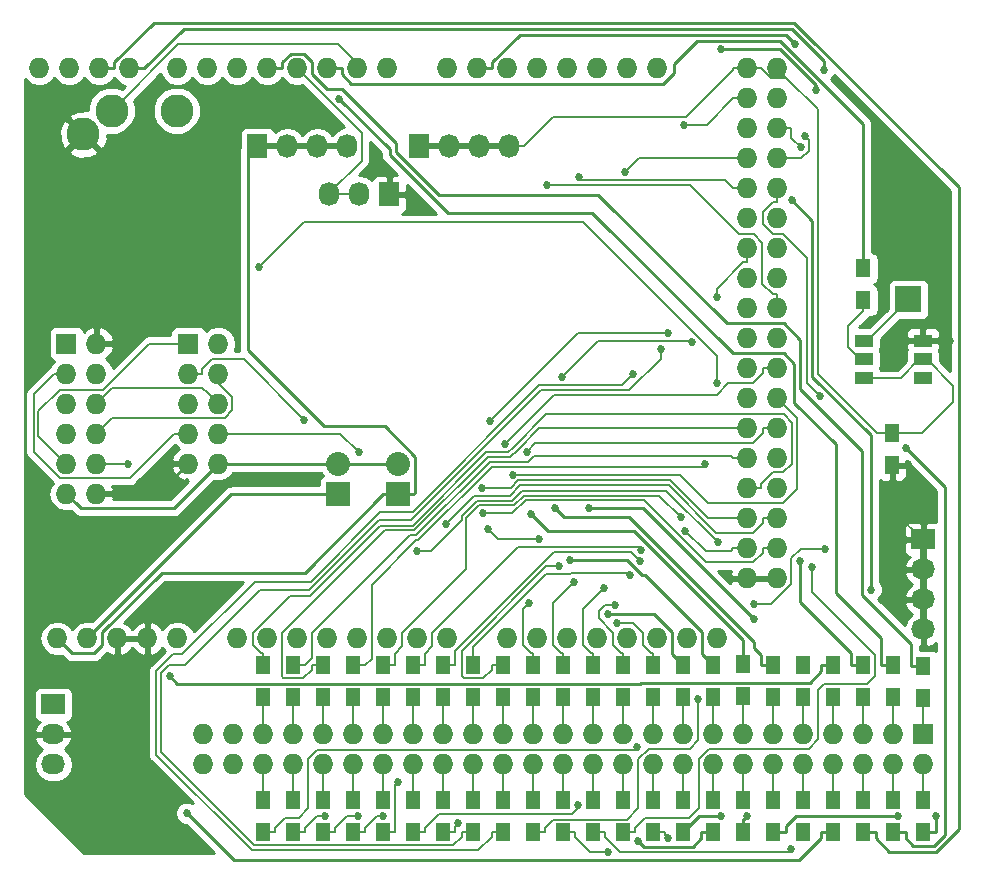
<source format=gtl>
G04 #@! TF.GenerationSoftware,KiCad,Pcbnew,5.0.0-rc2*
G04 #@! TF.CreationDate,2019-01-05T22:06:41-05:00*
G04 #@! TF.ProjectId,ZMHW_Map,5A4D48575F4D61702E6B696361645F70,rev?*
G04 #@! TF.SameCoordinates,Original*
G04 #@! TF.FileFunction,Copper,L1,Top,Signal*
G04 #@! TF.FilePolarity,Positive*
%FSLAX46Y46*%
G04 Gerber Fmt 4.6, Leading zero omitted, Abs format (unit mm)*
G04 Created by KiCad (PCBNEW 5.0.0-rc2) date Sat Jan  5 22:06:41 2019*
%MOMM*%
%LPD*%
G01*
G04 APERTURE LIST*
G04 #@! TA.AperFunction,ComponentPad*
%ADD10O,1.727200X1.727200*%
G04 #@! TD*
G04 #@! TA.AperFunction,ComponentPad*
%ADD11O,1.727200X2.032000*%
G04 #@! TD*
G04 #@! TA.AperFunction,ComponentPad*
%ADD12R,1.727200X2.032000*%
G04 #@! TD*
G04 #@! TA.AperFunction,ComponentPad*
%ADD13R,1.727200X1.727200*%
G04 #@! TD*
G04 #@! TA.AperFunction,ComponentPad*
%ADD14R,2.032000X2.032000*%
G04 #@! TD*
G04 #@! TA.AperFunction,ComponentPad*
%ADD15O,2.032000X2.032000*%
G04 #@! TD*
G04 #@! TA.AperFunction,SMDPad,CuDef*
%ADD16R,1.300000X1.500000*%
G04 #@! TD*
G04 #@! TA.AperFunction,ComponentPad*
%ADD17C,2.800000*%
G04 #@! TD*
G04 #@! TA.AperFunction,ComponentPad*
%ADD18R,2.032000X1.727200*%
G04 #@! TD*
G04 #@! TA.AperFunction,ComponentPad*
%ADD19O,2.032000X1.727200*%
G04 #@! TD*
G04 #@! TA.AperFunction,SMDPad,CuDef*
%ADD20R,1.600000X1.000000*%
G04 #@! TD*
G04 #@! TA.AperFunction,ComponentPad*
%ADD21R,2.235200X2.235200*%
G04 #@! TD*
G04 #@! TA.AperFunction,ViaPad*
%ADD22C,0.685800*%
G04 #@! TD*
G04 #@! TA.AperFunction,Conductor*
%ADD23C,0.152400*%
G04 #@! TD*
G04 #@! TA.AperFunction,Conductor*
%ADD24C,0.508000*%
G04 #@! TD*
G04 #@! TA.AperFunction,Conductor*
%ADD25C,0.254000*%
G04 #@! TD*
G04 APERTURE END LIST*
D10*
G04 #@! TO.P,XA1,GND6*
G04 #@! TO.N,GND*
X213689000Y-75687500D03*
G04 #@! TO.P,XA1,GND5*
X211149000Y-75687500D03*
G04 #@! TO.P,XA1,D53*
G04 #@! TO.N,CS*
X213689000Y-73147500D03*
G04 #@! TO.P,XA1,D52*
G04 #@! TO.N,SCK*
X211149000Y-73147500D03*
G04 #@! TO.P,XA1,D51*
G04 #@! TO.N,MOSI*
X213689000Y-70607500D03*
G04 #@! TO.P,XA1,D50*
G04 #@! TO.N,MISO*
X211149000Y-70607500D03*
G04 #@! TO.P,XA1,D49*
G04 #@! TO.N,/D49*
X213689000Y-68067500D03*
G04 #@! TO.P,XA1,D48*
G04 #@! TO.N,/D48*
X211149000Y-68067500D03*
G04 #@! TO.P,XA1,D47*
G04 #@! TO.N,/D47*
X213689000Y-65527500D03*
G04 #@! TO.P,XA1,D46*
G04 #@! TO.N,/D46*
X211149000Y-65527500D03*
G04 #@! TO.P,XA1,D45*
G04 #@! TO.N,/D45*
X213689000Y-62987500D03*
G04 #@! TO.P,XA1,D44*
G04 #@! TO.N,/D44*
X211149000Y-62987500D03*
G04 #@! TO.P,XA1,D43*
G04 #@! TO.N,/D43*
X213689000Y-60447500D03*
G04 #@! TO.P,XA1,D42*
G04 #@! TO.N,/D42*
X211149000Y-60447500D03*
G04 #@! TO.P,XA1,D41*
G04 #@! TO.N,/D41*
X213689000Y-57907500D03*
G04 #@! TO.P,XA1,D40*
G04 #@! TO.N,/D40*
X211149000Y-57907500D03*
G04 #@! TO.P,XA1,D39*
G04 #@! TO.N,/D39*
X213689000Y-55367500D03*
G04 #@! TO.P,XA1,D38*
G04 #@! TO.N,/D38*
X211149000Y-55367500D03*
G04 #@! TO.P,XA1,D37*
G04 #@! TO.N,/D37*
X213689000Y-52827500D03*
G04 #@! TO.P,XA1,D36*
G04 #@! TO.N,/D36*
X211149000Y-52827500D03*
G04 #@! TO.P,XA1,D35*
G04 #@! TO.N,/D35*
X213689000Y-50287500D03*
G04 #@! TO.P,XA1,D34*
G04 #@! TO.N,/D34*
X211149000Y-50287500D03*
G04 #@! TO.P,XA1,D33*
G04 #@! TO.N,/D33*
X213689000Y-47747500D03*
G04 #@! TO.P,XA1,D32*
G04 #@! TO.N,/D32*
X211149000Y-47747500D03*
G04 #@! TO.P,XA1,D31*
G04 #@! TO.N,/D31*
X213689000Y-45207500D03*
G04 #@! TO.P,XA1,D30*
G04 #@! TO.N,/D30*
X211149000Y-45207500D03*
G04 #@! TO.P,XA1,D29*
G04 #@! TO.N,/D29*
X213689000Y-42667500D03*
G04 #@! TO.P,XA1,D28*
G04 #@! TO.N,/D28*
X211149000Y-42667500D03*
G04 #@! TO.P,XA1,D27*
G04 #@! TO.N,/D27*
X213689000Y-40127500D03*
G04 #@! TO.P,XA1,D26*
G04 #@! TO.N,/D26*
X211149000Y-40127500D03*
G04 #@! TO.P,XA1,D25*
G04 #@! TO.N,/D25*
X213689000Y-37587500D03*
G04 #@! TO.P,XA1,D24*
G04 #@! TO.N,/D24*
X211149000Y-37587500D03*
G04 #@! TO.P,XA1,D23*
G04 #@! TO.N,/D23*
X213689000Y-35047500D03*
G04 #@! TO.P,XA1,D22*
G04 #@! TO.N,/D22*
X211149000Y-35047500D03*
G04 #@! TO.P,XA1,5V4*
G04 #@! TO.N,+5V*
X213689000Y-32507500D03*
G04 #@! TO.P,XA1,5V3*
X211149000Y-32507500D03*
G04 #@! TO.P,XA1,A15*
G04 #@! TO.N,Net-(XA1-PadA15)*
X208609000Y-80767500D03*
G04 #@! TO.P,XA1,A14*
G04 #@! TO.N,Net-(XA1-PadA14)*
X206069000Y-80767500D03*
G04 #@! TO.P,XA1,A13*
G04 #@! TO.N,Net-(XA1-PadA13)*
X203529000Y-80767500D03*
G04 #@! TO.P,XA1,A12*
G04 #@! TO.N,Net-(XA1-PadA12)*
X200989000Y-80767500D03*
G04 #@! TO.P,XA1,A11*
G04 #@! TO.N,Net-(XA1-PadA11)*
X198449000Y-80767500D03*
G04 #@! TO.P,XA1,A10*
G04 #@! TO.N,Net-(XA1-PadA10)*
X195909000Y-80767500D03*
G04 #@! TO.P,XA1,A9*
G04 #@! TO.N,Net-(XA1-PadA9)*
X193369000Y-80767500D03*
G04 #@! TO.P,XA1,A8*
G04 #@! TO.N,Net-(XA1-PadA8)*
X190829000Y-80767500D03*
G04 #@! TO.P,XA1,A7*
G04 #@! TO.N,Net-(XA1-PadA7)*
X185749000Y-80767500D03*
G04 #@! TO.P,XA1,A6*
G04 #@! TO.N,Net-(XA1-PadA6)*
X183209000Y-80767500D03*
G04 #@! TO.P,XA1,A5*
G04 #@! TO.N,Net-(XA1-PadA5)*
X180669000Y-80767500D03*
G04 #@! TO.P,XA1,A4*
G04 #@! TO.N,Net-(XA1-PadA4)*
X178129000Y-80767500D03*
G04 #@! TO.P,XA1,A3*
G04 #@! TO.N,Net-(XA1-PadA3)*
X175589000Y-80767500D03*
G04 #@! TO.P,XA1,A2*
G04 #@! TO.N,Net-(XA1-PadA2)*
X173049000Y-80767500D03*
G04 #@! TO.P,XA1,A1*
G04 #@! TO.N,Net-(XA1-PadA1)*
X170509000Y-80767500D03*
G04 #@! TO.P,XA1,D11*
G04 #@! TO.N,/D11*
X151205000Y-32507500D03*
G04 #@! TO.P,XA1,D10*
G04 #@! TO.N,/D10*
X153745000Y-32507500D03*
G04 #@! TO.P,XA1,D9*
G04 #@! TO.N,/D9*
X156285000Y-32507500D03*
G04 #@! TO.P,XA1,D8*
G04 #@! TO.N,/D8*
X158825000Y-32507500D03*
G04 #@! TO.P,XA1,D7*
G04 #@! TO.N,/D7*
X162889000Y-32507500D03*
G04 #@! TO.P,XA1,D6*
G04 #@! TO.N,/D6*
X165429000Y-32507500D03*
G04 #@! TO.P,XA1,D5*
G04 #@! TO.N,/D5*
X167969000Y-32507500D03*
G04 #@! TO.P,XA1,D4*
G04 #@! TO.N,/D4*
X170509000Y-32507500D03*
G04 #@! TO.P,XA1,D3*
G04 #@! TO.N,Net-(LS1-Pad2)*
X173049000Y-32507500D03*
G04 #@! TO.P,XA1,D2*
G04 #@! TO.N,/D2*
X175589000Y-32507500D03*
G04 #@! TO.P,XA1,D1*
G04 #@! TO.N,Net-(J1-Pad1)*
X178129000Y-32507500D03*
G04 #@! TO.P,XA1,D0*
G04 #@! TO.N,Net-(J1-Pad2)*
X180669000Y-32507500D03*
G04 #@! TO.P,XA1,D14*
G04 #@! TO.N,/D14*
X185749000Y-32507500D03*
G04 #@! TO.P,XA1,D15*
G04 #@! TO.N,/D15*
X188289000Y-32507500D03*
G04 #@! TO.P,XA1,D16*
G04 #@! TO.N,/D16*
X190829000Y-32507500D03*
G04 #@! TO.P,XA1,D17*
G04 #@! TO.N,/D17*
X193369000Y-32507500D03*
G04 #@! TO.P,XA1,D18*
G04 #@! TO.N,/D18*
X195909000Y-32507500D03*
G04 #@! TO.P,XA1,D19*
G04 #@! TO.N,/D19*
X198449000Y-32507500D03*
G04 #@! TO.P,XA1,D20*
G04 #@! TO.N,/D20*
X200989000Y-32507500D03*
G04 #@! TO.P,XA1,D21*
G04 #@! TO.N,/D21*
X203529000Y-32507500D03*
G04 #@! TO.P,XA1,3V3*
G04 #@! TO.N,+3V3*
X152729000Y-80767500D03*
G04 #@! TO.P,XA1,5V1*
G04 #@! TO.N,+5V*
X155269000Y-80767500D03*
G04 #@! TO.P,XA1,GND2*
G04 #@! TO.N,GND*
X157809000Y-80767500D03*
G04 #@! TO.P,XA1,GND3*
X160349000Y-80767500D03*
G04 #@! TO.P,XA1,VIN*
G04 #@! TO.N,Net-(XA1-PadVIN)*
X162889000Y-80767500D03*
G04 #@! TO.P,XA1,A0*
G04 #@! TO.N,Net-(XA1-PadA0)*
X167969000Y-80767500D03*
G04 #@! TD*
D11*
G04 #@! TO.P,LS1,3*
G04 #@! TO.N,Net-(LS1-Pad2)*
X175768000Y-43180000D03*
G04 #@! TO.P,LS1,2*
X178308000Y-43180000D03*
D12*
G04 #@! TO.P,LS1,1*
G04 #@! TO.N,GND*
X180848000Y-43180000D03*
G04 #@! TD*
D13*
G04 #@! TO.P,P7,1*
G04 #@! TO.N,/ENC28J60/Q3*
X153498000Y-55811500D03*
D10*
G04 #@! TO.P,P7,2*
G04 #@! TO.N,GND*
X156038000Y-55811500D03*
G04 #@! TO.P,P7,3*
G04 #@! TO.N,/ENC28J60/RSTENC*
X153498000Y-58351500D03*
G04 #@! TO.P,P7,4*
G04 #@! TO.N,CS*
X156038000Y-58351500D03*
G04 #@! TO.P,P7,5*
G04 #@! TO.N,SCK*
X153498000Y-60891500D03*
G04 #@! TO.P,P7,6*
G04 #@! TO.N,MOSI*
X156038000Y-60891500D03*
G04 #@! TO.P,P7,7*
G04 #@! TO.N,MISO*
X153498000Y-63431500D03*
G04 #@! TO.P,P7,8*
G04 #@! TO.N,/ENC28J60/WOL*
X156038000Y-63431500D03*
G04 #@! TO.P,P7,9*
G04 #@! TO.N,/ENC28J60/INT*
X153498000Y-65971500D03*
G04 #@! TO.P,P7,10*
G04 #@! TO.N,/ENC28J60/CLKOUT*
X156038000Y-65971500D03*
G04 #@! TO.P,P7,11*
G04 #@! TO.N,/ENC28J60/VCC_Branch*
X153498000Y-68511500D03*
G04 #@! TO.P,P7,12*
G04 #@! TO.N,GND*
X156038000Y-68511500D03*
G04 #@! TD*
D12*
G04 #@! TO.P,P1,1*
G04 #@! TO.N,+5V*
X183388000Y-39116000D03*
D11*
G04 #@! TO.P,P1,2*
X185928000Y-39116000D03*
G04 #@! TO.P,P1,3*
X188468000Y-39116000D03*
G04 #@! TO.P,P1,4*
X191008000Y-39116000D03*
G04 #@! TD*
D12*
G04 #@! TO.P,P3,1*
G04 #@! TO.N,+3V3*
X169672000Y-39116000D03*
D11*
G04 #@! TO.P,P3,2*
X172212000Y-39116000D03*
G04 #@! TO.P,P3,3*
X174752000Y-39116000D03*
G04 #@! TO.P,P3,4*
X177292000Y-39116000D03*
G04 #@! TD*
D14*
G04 #@! TO.P,P4,1*
G04 #@! TO.N,+3V3*
X181610000Y-68580000D03*
D15*
G04 #@! TO.P,P4,2*
G04 #@! TO.N,/ENC28J60/VCC_Branch*
X181610000Y-66040000D03*
G04 #@! TD*
G04 #@! TO.P,P5,2*
G04 #@! TO.N,/ENC28J60/VCC_Branch*
X176530000Y-66040000D03*
D14*
G04 #@! TO.P,P5,1*
G04 #@! TO.N,+5V*
X176530000Y-68580000D03*
G04 #@! TD*
D13*
G04 #@! TO.P,P6,1*
G04 #@! TO.N,/ENC28J60/INT*
X163818000Y-55811500D03*
D10*
G04 #@! TO.P,P6,2*
G04 #@! TO.N,/ENC28J60/CLKOUT*
X166358000Y-55811500D03*
G04 #@! TO.P,P6,3*
G04 #@! TO.N,MISO*
X163818000Y-58351500D03*
G04 #@! TO.P,P6,4*
G04 #@! TO.N,/ENC28J60/WOL*
X166358000Y-58351500D03*
G04 #@! TO.P,P6,5*
G04 #@! TO.N,SCK*
X163818000Y-60891500D03*
G04 #@! TO.P,P6,6*
G04 #@! TO.N,MOSI*
X166358000Y-60891500D03*
G04 #@! TO.P,P6,7*
G04 #@! TO.N,/ENC28J60/RSTENC*
X163818000Y-63431500D03*
G04 #@! TO.P,P6,8*
G04 #@! TO.N,CS*
X166358000Y-63431500D03*
G04 #@! TO.P,P6,9*
G04 #@! TO.N,GND*
X163818000Y-65971500D03*
G04 #@! TO.P,P6,10*
G04 #@! TO.N,/ENC28J60/VCC_Branch*
X166358000Y-65971500D03*
G04 #@! TD*
D16*
G04 #@! TO.P,R1,1*
G04 #@! TO.N,Net-(P8-Pad3)*
X223520000Y-85748600D03*
G04 #@! TO.P,R1,2*
G04 #@! TO.N,/D6*
X223520000Y-83048600D03*
G04 #@! TD*
G04 #@! TO.P,R2,2*
G04 #@! TO.N,/D8*
X220980000Y-83048600D03*
G04 #@! TO.P,R2,1*
G04 #@! TO.N,Net-(P8-Pad5)*
X220980000Y-85748600D03*
G04 #@! TD*
G04 #@! TO.P,R3,1*
G04 #@! TO.N,Net-(P8-Pad7)*
X218440000Y-85748600D03*
G04 #@! TO.P,R3,2*
G04 #@! TO.N,/D10*
X218440000Y-83048600D03*
G04 #@! TD*
G04 #@! TO.P,R4,2*
G04 #@! TO.N,/D12*
X215900000Y-83048600D03*
G04 #@! TO.P,R4,1*
G04 #@! TO.N,Net-(P8-Pad9)*
X215900000Y-85748600D03*
G04 #@! TD*
G04 #@! TO.P,R5,1*
G04 #@! TO.N,Net-(P8-Pad11)*
X213360000Y-85748600D03*
G04 #@! TO.P,R5,2*
G04 #@! TO.N,/D14*
X213360000Y-83048600D03*
G04 #@! TD*
G04 #@! TO.P,R6,2*
G04 #@! TO.N,/D16*
X210820000Y-82968600D03*
G04 #@! TO.P,R6,1*
G04 #@! TO.N,Net-(P8-Pad13)*
X210820000Y-85668600D03*
G04 #@! TD*
G04 #@! TO.P,R7,1*
G04 #@! TO.N,Net-(P8-Pad15)*
X208280000Y-85748600D03*
G04 #@! TO.P,R7,2*
G04 #@! TO.N,/D18*
X208280000Y-83048600D03*
G04 #@! TD*
G04 #@! TO.P,R8,2*
G04 #@! TO.N,/D20*
X205740000Y-83048600D03*
G04 #@! TO.P,R8,1*
G04 #@! TO.N,Net-(P8-Pad17)*
X205740000Y-85748600D03*
G04 #@! TD*
G04 #@! TO.P,R9,1*
G04 #@! TO.N,Net-(P8-Pad19)*
X203200000Y-85748600D03*
G04 #@! TO.P,R9,2*
G04 #@! TO.N,/D22*
X203200000Y-83048600D03*
G04 #@! TD*
G04 #@! TO.P,R10,1*
G04 #@! TO.N,Net-(P8-Pad21)*
X200660000Y-85748600D03*
G04 #@! TO.P,R10,2*
G04 #@! TO.N,/D24*
X200660000Y-83048600D03*
G04 #@! TD*
G04 #@! TO.P,R11,1*
G04 #@! TO.N,Net-(P8-Pad23)*
X198120000Y-85748600D03*
G04 #@! TO.P,R11,2*
G04 #@! TO.N,/D26*
X198120000Y-83048600D03*
G04 #@! TD*
G04 #@! TO.P,R12,2*
G04 #@! TO.N,/D28*
X195580000Y-83048600D03*
G04 #@! TO.P,R12,1*
G04 #@! TO.N,Net-(P8-Pad25)*
X195580000Y-85748600D03*
G04 #@! TD*
G04 #@! TO.P,R13,1*
G04 #@! TO.N,Net-(P8-Pad27)*
X193040000Y-85748600D03*
G04 #@! TO.P,R13,2*
G04 #@! TO.N,/D30*
X193040000Y-83048600D03*
G04 #@! TD*
G04 #@! TO.P,R14,2*
G04 #@! TO.N,/D32*
X190500000Y-83048600D03*
G04 #@! TO.P,R14,1*
G04 #@! TO.N,Net-(P8-Pad29)*
X190500000Y-85748600D03*
G04 #@! TD*
G04 #@! TO.P,R15,1*
G04 #@! TO.N,Net-(P8-Pad31)*
X187960000Y-85748600D03*
G04 #@! TO.P,R15,2*
G04 #@! TO.N,/D34*
X187960000Y-83048600D03*
G04 #@! TD*
G04 #@! TO.P,R16,2*
G04 #@! TO.N,/D36*
X185420000Y-83048600D03*
G04 #@! TO.P,R16,1*
G04 #@! TO.N,Net-(P8-Pad33)*
X185420000Y-85748600D03*
G04 #@! TD*
G04 #@! TO.P,R17,1*
G04 #@! TO.N,Net-(P8-Pad35)*
X182880000Y-85748600D03*
G04 #@! TO.P,R17,2*
G04 #@! TO.N,/D38*
X182880000Y-83048600D03*
G04 #@! TD*
G04 #@! TO.P,R18,2*
G04 #@! TO.N,/D40*
X180340000Y-83048600D03*
G04 #@! TO.P,R18,1*
G04 #@! TO.N,Net-(P8-Pad37)*
X180340000Y-85748600D03*
G04 #@! TD*
G04 #@! TO.P,R19,1*
G04 #@! TO.N,Net-(P8-Pad39)*
X177800000Y-85748600D03*
G04 #@! TO.P,R19,2*
G04 #@! TO.N,/D42*
X177800000Y-83048600D03*
G04 #@! TD*
G04 #@! TO.P,R20,2*
G04 #@! TO.N,/D44*
X175260000Y-83048600D03*
G04 #@! TO.P,R20,1*
G04 #@! TO.N,Net-(P8-Pad41)*
X175260000Y-85748600D03*
G04 #@! TD*
G04 #@! TO.P,R21,2*
G04 #@! TO.N,/D46*
X172720000Y-83048600D03*
G04 #@! TO.P,R21,1*
G04 #@! TO.N,Net-(P8-Pad43)*
X172720000Y-85748600D03*
G04 #@! TD*
G04 #@! TO.P,R22,1*
G04 #@! TO.N,Net-(P8-Pad45)*
X170180000Y-85748600D03*
G04 #@! TO.P,R22,2*
G04 #@! TO.N,/D48*
X170180000Y-83048600D03*
G04 #@! TD*
G04 #@! TO.P,R23,2*
G04 #@! TO.N,/D5*
X226064000Y-97191700D03*
G04 #@! TO.P,R23,1*
G04 #@! TO.N,Net-(P8-Pad2)*
X226064000Y-94491700D03*
G04 #@! TD*
G04 #@! TO.P,R24,1*
G04 #@! TO.N,Net-(P8-Pad4)*
X223524000Y-94491700D03*
G04 #@! TO.P,R24,2*
G04 #@! TO.N,/D7*
X223524000Y-97191700D03*
G04 #@! TD*
G04 #@! TO.P,R25,2*
G04 #@! TO.N,/D9*
X220984000Y-97191700D03*
G04 #@! TO.P,R25,1*
G04 #@! TO.N,Net-(P8-Pad6)*
X220984000Y-94491700D03*
G04 #@! TD*
G04 #@! TO.P,R26,2*
G04 #@! TO.N,/D11*
X218444000Y-97191700D03*
G04 #@! TO.P,R26,1*
G04 #@! TO.N,Net-(P8-Pad8)*
X218444000Y-94491700D03*
G04 #@! TD*
G04 #@! TO.P,R27,1*
G04 #@! TO.N,Net-(P8-Pad10)*
X215904000Y-94491700D03*
G04 #@! TO.P,R27,2*
G04 #@! TO.N,/D13*
X215904000Y-97191700D03*
G04 #@! TD*
G04 #@! TO.P,R28,2*
G04 #@! TO.N,/D4*
X226060000Y-83128600D03*
G04 #@! TO.P,R28,1*
G04 #@! TO.N,Net-(P8-Pad1)*
X226060000Y-85828600D03*
G04 #@! TD*
D17*
G04 #@! TO.P,J1,S*
G04 #@! TO.N,GND*
X154940000Y-38100000D03*
G04 #@! TO.P,J1,T*
G04 #@! TO.N,Net-(J1-Pad1)*
X157340000Y-36100000D03*
G04 #@! TO.P,J1,R*
G04 #@! TO.N,Net-(J1-Pad2)*
X162840000Y-36100000D03*
G04 #@! TD*
D13*
G04 #@! TO.P,P8,1*
G04 #@! TO.N,Net-(P8-Pad1)*
X226060000Y-88900000D03*
D10*
G04 #@! TO.P,P8,2*
G04 #@! TO.N,Net-(P8-Pad2)*
X226060000Y-91440000D03*
G04 #@! TO.P,P8,3*
G04 #@! TO.N,Net-(P8-Pad3)*
X223520000Y-88900000D03*
G04 #@! TO.P,P8,4*
G04 #@! TO.N,Net-(P8-Pad4)*
X223520000Y-91440000D03*
G04 #@! TO.P,P8,5*
G04 #@! TO.N,Net-(P8-Pad5)*
X220980000Y-88900000D03*
G04 #@! TO.P,P8,6*
G04 #@! TO.N,Net-(P8-Pad6)*
X220980000Y-91440000D03*
G04 #@! TO.P,P8,7*
G04 #@! TO.N,Net-(P8-Pad7)*
X218440000Y-88900000D03*
G04 #@! TO.P,P8,8*
G04 #@! TO.N,Net-(P8-Pad8)*
X218440000Y-91440000D03*
G04 #@! TO.P,P8,9*
G04 #@! TO.N,Net-(P8-Pad9)*
X215900000Y-88900000D03*
G04 #@! TO.P,P8,10*
G04 #@! TO.N,Net-(P8-Pad10)*
X215900000Y-91440000D03*
G04 #@! TO.P,P8,11*
G04 #@! TO.N,Net-(P8-Pad11)*
X213360000Y-88900000D03*
G04 #@! TO.P,P8,12*
G04 #@! TO.N,Net-(P8-Pad12)*
X213360000Y-91440000D03*
G04 #@! TO.P,P8,13*
G04 #@! TO.N,Net-(P8-Pad13)*
X210820000Y-88900000D03*
G04 #@! TO.P,P8,14*
G04 #@! TO.N,Net-(P8-Pad14)*
X210820000Y-91440000D03*
G04 #@! TO.P,P8,15*
G04 #@! TO.N,Net-(P8-Pad15)*
X208280000Y-88900000D03*
G04 #@! TO.P,P8,16*
G04 #@! TO.N,Net-(P8-Pad16)*
X208280000Y-91440000D03*
G04 #@! TO.P,P8,17*
G04 #@! TO.N,Net-(P8-Pad17)*
X205740000Y-88900000D03*
G04 #@! TO.P,P8,18*
G04 #@! TO.N,Net-(P8-Pad18)*
X205740000Y-91440000D03*
G04 #@! TO.P,P8,19*
G04 #@! TO.N,Net-(P8-Pad19)*
X203200000Y-88900000D03*
G04 #@! TO.P,P8,20*
G04 #@! TO.N,Net-(P8-Pad20)*
X203200000Y-91440000D03*
G04 #@! TO.P,P8,21*
G04 #@! TO.N,Net-(P8-Pad21)*
X200660000Y-88900000D03*
G04 #@! TO.P,P8,22*
G04 #@! TO.N,Net-(P8-Pad22)*
X200660000Y-91440000D03*
G04 #@! TO.P,P8,23*
G04 #@! TO.N,Net-(P8-Pad23)*
X198120000Y-88900000D03*
G04 #@! TO.P,P8,24*
G04 #@! TO.N,Net-(P8-Pad24)*
X198120000Y-91440000D03*
G04 #@! TO.P,P8,25*
G04 #@! TO.N,Net-(P8-Pad25)*
X195580000Y-88900000D03*
G04 #@! TO.P,P8,26*
G04 #@! TO.N,Net-(P8-Pad26)*
X195580000Y-91440000D03*
G04 #@! TO.P,P8,27*
G04 #@! TO.N,Net-(P8-Pad27)*
X193040000Y-88900000D03*
G04 #@! TO.P,P8,28*
G04 #@! TO.N,Net-(P8-Pad28)*
X193040000Y-91440000D03*
G04 #@! TO.P,P8,29*
G04 #@! TO.N,Net-(P8-Pad29)*
X190500000Y-88900000D03*
G04 #@! TO.P,P8,30*
G04 #@! TO.N,Net-(P8-Pad30)*
X190500000Y-91440000D03*
G04 #@! TO.P,P8,31*
G04 #@! TO.N,Net-(P8-Pad31)*
X187960000Y-88900000D03*
G04 #@! TO.P,P8,32*
G04 #@! TO.N,Net-(P8-Pad32)*
X187960000Y-91440000D03*
G04 #@! TO.P,P8,33*
G04 #@! TO.N,Net-(P8-Pad33)*
X185420000Y-88900000D03*
G04 #@! TO.P,P8,34*
G04 #@! TO.N,Net-(P8-Pad34)*
X185420000Y-91440000D03*
G04 #@! TO.P,P8,35*
G04 #@! TO.N,Net-(P8-Pad35)*
X182880000Y-88900000D03*
G04 #@! TO.P,P8,36*
G04 #@! TO.N,Net-(P8-Pad36)*
X182880000Y-91440000D03*
G04 #@! TO.P,P8,37*
G04 #@! TO.N,Net-(P8-Pad37)*
X180340000Y-88900000D03*
G04 #@! TO.P,P8,38*
G04 #@! TO.N,Net-(P8-Pad38)*
X180340000Y-91440000D03*
G04 #@! TO.P,P8,39*
G04 #@! TO.N,Net-(P8-Pad39)*
X177800000Y-88900000D03*
G04 #@! TO.P,P8,40*
G04 #@! TO.N,Net-(P8-Pad40)*
X177800000Y-91440000D03*
G04 #@! TO.P,P8,41*
G04 #@! TO.N,Net-(P8-Pad41)*
X175260000Y-88900000D03*
G04 #@! TO.P,P8,42*
G04 #@! TO.N,Net-(P8-Pad42)*
X175260000Y-91440000D03*
G04 #@! TO.P,P8,43*
G04 #@! TO.N,Net-(P8-Pad43)*
X172720000Y-88900000D03*
G04 #@! TO.P,P8,44*
G04 #@! TO.N,Net-(P8-Pad44)*
X172720000Y-91440000D03*
G04 #@! TO.P,P8,45*
G04 #@! TO.N,Net-(P8-Pad45)*
X170180000Y-88900000D03*
G04 #@! TO.P,P8,46*
G04 #@! TO.N,Net-(P8-Pad46)*
X170180000Y-91440000D03*
G04 #@! TO.P,P8,47*
G04 #@! TO.N,Net-(P8-Pad47)*
X167640000Y-88900000D03*
G04 #@! TO.P,P8,48*
G04 #@! TO.N,Net-(P8-Pad48)*
X167640000Y-91440000D03*
G04 #@! TO.P,P8,49*
G04 #@! TO.N,Net-(P8-Pad49)*
X165100000Y-88900000D03*
G04 #@! TO.P,P8,50*
G04 #@! TO.N,Net-(P8-Pad50)*
X165100000Y-91440000D03*
G04 #@! TD*
D18*
G04 #@! TO.P,P9,1*
G04 #@! TO.N,GND*
X226060000Y-72390000D03*
D19*
G04 #@! TO.P,P9,2*
X226060000Y-74930000D03*
G04 #@! TO.P,P9,3*
X226060000Y-77470000D03*
G04 #@! TO.P,P9,4*
X226060000Y-80010000D03*
G04 #@! TD*
D16*
G04 #@! TO.P,R29,1*
G04 #@! TO.N,Net-(P8-Pad12)*
X213364000Y-94491700D03*
G04 #@! TO.P,R29,2*
G04 #@! TO.N,/D15*
X213364000Y-97191700D03*
G04 #@! TD*
G04 #@! TO.P,R30,2*
G04 #@! TO.N,/D17*
X210824000Y-97191700D03*
G04 #@! TO.P,R30,1*
G04 #@! TO.N,Net-(P8-Pad14)*
X210824000Y-94491700D03*
G04 #@! TD*
G04 #@! TO.P,R31,1*
G04 #@! TO.N,Net-(P8-Pad16)*
X208284000Y-94491700D03*
G04 #@! TO.P,R31,2*
G04 #@! TO.N,/D19*
X208284000Y-97191700D03*
G04 #@! TD*
G04 #@! TO.P,R32,2*
G04 #@! TO.N,/D21*
X205744000Y-97191700D03*
G04 #@! TO.P,R32,1*
G04 #@! TO.N,Net-(P8-Pad18)*
X205744000Y-94491700D03*
G04 #@! TD*
G04 #@! TO.P,R33,1*
G04 #@! TO.N,Net-(P8-Pad20)*
X203204000Y-94491700D03*
G04 #@! TO.P,R33,2*
G04 #@! TO.N,/D23*
X203204000Y-97191700D03*
G04 #@! TD*
G04 #@! TO.P,R34,2*
G04 #@! TO.N,/D25*
X200664000Y-97191700D03*
G04 #@! TO.P,R34,1*
G04 #@! TO.N,Net-(P8-Pad22)*
X200664000Y-94491700D03*
G04 #@! TD*
G04 #@! TO.P,R35,1*
G04 #@! TO.N,Net-(P8-Pad24)*
X198124000Y-94491700D03*
G04 #@! TO.P,R35,2*
G04 #@! TO.N,/D27*
X198124000Y-97191700D03*
G04 #@! TD*
G04 #@! TO.P,R36,2*
G04 #@! TO.N,/D29*
X195584000Y-97191700D03*
G04 #@! TO.P,R36,1*
G04 #@! TO.N,Net-(P8-Pad26)*
X195584000Y-94491700D03*
G04 #@! TD*
G04 #@! TO.P,R37,1*
G04 #@! TO.N,Net-(P8-Pad28)*
X193044000Y-94491700D03*
G04 #@! TO.P,R37,2*
G04 #@! TO.N,/D31*
X193044000Y-97191700D03*
G04 #@! TD*
G04 #@! TO.P,R38,1*
G04 #@! TO.N,Net-(P8-Pad30)*
X190504000Y-94491700D03*
G04 #@! TO.P,R38,2*
G04 #@! TO.N,/D33*
X190504000Y-97191700D03*
G04 #@! TD*
G04 #@! TO.P,R39,2*
G04 #@! TO.N,/D35*
X187964000Y-97191700D03*
G04 #@! TO.P,R39,1*
G04 #@! TO.N,Net-(P8-Pad32)*
X187964000Y-94491700D03*
G04 #@! TD*
G04 #@! TO.P,R40,1*
G04 #@! TO.N,Net-(P8-Pad34)*
X185424000Y-94491700D03*
G04 #@! TO.P,R40,2*
G04 #@! TO.N,/D37*
X185424000Y-97191700D03*
G04 #@! TD*
G04 #@! TO.P,R41,2*
G04 #@! TO.N,/D39*
X182884000Y-97191700D03*
G04 #@! TO.P,R41,1*
G04 #@! TO.N,Net-(P8-Pad36)*
X182884000Y-94491700D03*
G04 #@! TD*
G04 #@! TO.P,R42,1*
G04 #@! TO.N,Net-(P8-Pad38)*
X180344000Y-94491700D03*
G04 #@! TO.P,R42,2*
G04 #@! TO.N,/D41*
X180344000Y-97191700D03*
G04 #@! TD*
G04 #@! TO.P,R43,2*
G04 #@! TO.N,/D43*
X177804000Y-97191700D03*
G04 #@! TO.P,R43,1*
G04 #@! TO.N,Net-(P8-Pad40)*
X177804000Y-94491700D03*
G04 #@! TD*
G04 #@! TO.P,R44,1*
G04 #@! TO.N,Net-(P8-Pad42)*
X175264000Y-94491700D03*
G04 #@! TO.P,R44,2*
G04 #@! TO.N,/D45*
X175264000Y-97191700D03*
G04 #@! TD*
G04 #@! TO.P,R45,2*
G04 #@! TO.N,/D47*
X172724000Y-97191700D03*
G04 #@! TO.P,R45,1*
G04 #@! TO.N,Net-(P8-Pad44)*
X172724000Y-94491700D03*
G04 #@! TD*
G04 #@! TO.P,R46,2*
G04 #@! TO.N,/D49*
X170184000Y-97191700D03*
G04 #@! TO.P,R46,1*
G04 #@! TO.N,Net-(P8-Pad46)*
X170184000Y-94491700D03*
G04 #@! TD*
G04 #@! TO.P,C1,1*
G04 #@! TO.N,+5V*
X223420000Y-63402900D03*
G04 #@! TO.P,C1,2*
G04 #@! TO.N,GND*
X223420000Y-66102900D03*
G04 #@! TD*
D20*
G04 #@! TO.P,RGBLED,4*
G04 #@! TO.N,N/C*
X226020000Y-58750000D03*
G04 #@! TO.P,RGBLED,5*
G04 #@! TO.N,+5V*
X226020000Y-57150000D03*
G04 #@! TO.P,RGBLED,6*
G04 #@! TO.N,GND*
X226020000Y-55550000D03*
G04 #@! TO.P,RGBLED,3*
G04 #@! TO.N,+5V*
X221020000Y-58750000D03*
G04 #@! TO.P,RGBLED,2*
G04 #@! TO.N,Net-(LED1-Pad2)*
X221020000Y-57150000D03*
G04 #@! TO.P,RGBLED,1*
G04 #@! TO.N,/filesksksdlf/RGBDATAOUT*
X221020000Y-55550000D03*
G04 #@! TD*
D21*
G04 #@! TO.P,P10,1*
G04 #@! TO.N,/filesksksdlf/RGBDATAOUT*
X224790000Y-52070000D03*
G04 #@! TD*
D16*
G04 #@! TO.P,R47,2*
G04 #@! TO.N,Net-(LED1-Pad2)*
X220980000Y-52150000D03*
G04 #@! TO.P,R47,1*
G04 #@! TO.N,/D2*
X220980000Y-49450000D03*
G04 #@! TD*
D18*
G04 #@! TO.P,J2,1*
G04 #@! TO.N,Net-(J2-Pad1)*
X152400000Y-86360000D03*
D19*
G04 #@! TO.P,J2,2*
G04 #@! TO.N,GND*
X152400000Y-88900000D03*
G04 #@! TO.P,J2,3*
G04 #@! TO.N,N/C*
X152400000Y-91440000D03*
G04 #@! TD*
D22*
G04 #@! TO.N,GND*
X158750000Y-68580000D03*
X224790000Y-66040000D03*
X228270000Y-55550000D03*
G04 #@! TO.N,CS*
X188740500Y-70183300D03*
X178295500Y-65023700D03*
G04 #@! TO.N,SCK*
X169816000Y-49286200D03*
X208559500Y-59186100D03*
X205910200Y-71639400D03*
G04 #@! TO.N,MOSI*
X185649900Y-71057500D03*
G04 #@! TO.N,MISO*
X188679600Y-68023000D03*
X173598200Y-62238900D03*
G04 #@! TO.N,/ENC28J60/CLKOUT*
X158750000Y-65971500D03*
G04 #@! TO.N,/D22*
X205768100Y-37288800D03*
X200099800Y-79459400D03*
G04 #@! TO.N,/D23*
X204474000Y-97668000D03*
G04 #@! TO.N,/D24*
X199951700Y-77964700D03*
G04 #@! TO.N,/D25*
X215683000Y-39204300D03*
X216663100Y-74733300D03*
G04 #@! TO.N,/D26*
X200798900Y-41301800D03*
X199035600Y-76528300D03*
G04 #@! TO.N,/D27*
X216006800Y-38264100D03*
X214848400Y-98599700D03*
G04 #@! TO.N,/D28*
X196893500Y-41723600D03*
X196443000Y-75985600D03*
G04 #@! TO.N,/D29*
X217287200Y-60267700D03*
X217750200Y-73184300D03*
X211710600Y-77891800D03*
X199393400Y-98822800D03*
G04 #@! TO.N,/D30*
X204423800Y-54910200D03*
X189378000Y-62383400D03*
X189224400Y-71511300D03*
X193478700Y-72368400D03*
X192635400Y-77793000D03*
G04 #@! TO.N,/D31*
X207010000Y-85931600D03*
G04 #@! TO.N,/D32*
X208569500Y-51893400D03*
X206466500Y-55695400D03*
X195475300Y-58656400D03*
X195210400Y-74676600D03*
G04 #@! TO.N,/D33*
X201512300Y-58389400D03*
G04 #@! TO.N,/D34*
X201247500Y-75437000D03*
G04 #@! TO.N,/D35*
X203813600Y-56259200D03*
G04 #@! TO.N,/D36*
X202067300Y-74208300D03*
G04 #@! TO.N,/D37*
X194177800Y-42405700D03*
X186694000Y-96411900D03*
G04 #@! TO.N,/D38*
X202125700Y-73253100D03*
G04 #@! TO.N,/D39*
X196854000Y-94896800D03*
G04 #@! TO.N,/D40*
X205560800Y-70518700D03*
G04 #@! TO.N,/D41*
X190622700Y-64346800D03*
X181579100Y-92885900D03*
G04 #@! TO.N,/D42*
X207589900Y-66045800D03*
G04 #@! TO.N,/D43*
X191280900Y-66913800D03*
X180275900Y-95841700D03*
G04 #@! TO.N,/D45*
X192485000Y-64959100D03*
X178168800Y-95841500D03*
G04 #@! TO.N,/D47*
X208644000Y-72631100D03*
X183187600Y-73331200D03*
X175433800Y-95841700D03*
G04 #@! TO.N,/D49*
X201840500Y-89948300D03*
G04 #@! TO.N,/D6*
X176608100Y-35096600D03*
G04 #@! TO.N,/D8*
X215608800Y-74229800D03*
X217640500Y-32633800D03*
G04 #@! TO.N,/D10*
X162239700Y-83949200D03*
G04 #@! TO.N,/D14*
X194907300Y-69751700D03*
G04 #@! TO.N,/D16*
X192814200Y-70209700D03*
G04 #@! TO.N,/D18*
X196126100Y-74135100D03*
G04 #@! TO.N,/D20*
X199321600Y-78723600D03*
G04 #@! TO.N,/D5*
X227130800Y-95841700D03*
G04 #@! TO.N,/D7*
X208916400Y-30875900D03*
X216941500Y-34356900D03*
X224567100Y-64677600D03*
G04 #@! TO.N,/D11*
X163689000Y-95559100D03*
G04 #@! TO.N,/D15*
X215154900Y-30404600D03*
X223885100Y-95841700D03*
G04 #@! TO.N,/D17*
X197722500Y-69751600D03*
X211707600Y-79166400D03*
X211110100Y-95841700D03*
G04 #@! TO.N,/D19*
X201934000Y-97949700D03*
G04 #@! TO.N,/D21*
X214913300Y-43669700D03*
X221625600Y-76637100D03*
X208879800Y-95841700D03*
G04 #@! TD*
D23*
G04 #@! TO.N,Net-(J1-Pad1)*
X157340000Y-36100000D02*
X162960000Y-30480000D01*
X162960000Y-30480000D02*
X176530000Y-30480000D01*
X176530000Y-30480000D02*
X178129000Y-32079000D01*
X178129000Y-32079000D02*
X178129000Y-32507500D01*
G04 #@! TO.N,Net-(LS1-Pad2)*
X178308000Y-43180000D02*
X175768000Y-43180000D01*
X175768000Y-43180000D02*
X175768000Y-43027600D01*
X175768000Y-43027600D02*
X178486000Y-40309800D01*
X178486000Y-40309800D02*
X178486000Y-37944300D01*
X178486000Y-37944300D02*
X173913000Y-33371100D01*
X173913000Y-33371100D02*
X173049000Y-32507500D01*
G04 #@! TO.N,+5V*
X209954900Y-32507500D02*
X209954900Y-32631000D01*
X209954900Y-32631000D02*
X205970500Y-36615400D01*
X205970500Y-36615400D02*
X194702700Y-36615400D01*
X194702700Y-36615400D02*
X192202100Y-39116000D01*
X191008000Y-39116000D02*
X192202100Y-39116000D01*
X211149000Y-32507500D02*
X212343100Y-32507500D01*
X214463600Y-33282100D02*
X217170000Y-35988500D01*
X217170000Y-35988500D02*
X217170000Y-58420000D01*
X217170000Y-58420000D02*
X222153000Y-63402900D01*
X222153000Y-63402900D02*
X223420000Y-63402900D01*
X214463600Y-33282100D02*
X213117700Y-33282100D01*
X213117700Y-33282100D02*
X212343100Y-32507500D01*
X213689000Y-32507500D02*
X214463600Y-33282100D01*
X211149000Y-32507500D02*
X209954900Y-32507500D01*
D24*
X188468000Y-39116000D02*
X191008000Y-39116000D01*
X185928000Y-39116000D02*
X188468000Y-39116000D01*
X183388000Y-39116000D02*
X185928000Y-39116000D01*
D23*
X223420000Y-63402900D02*
X225963000Y-63402900D01*
X225963000Y-63402900D02*
X228600000Y-60765800D01*
X228600000Y-60765800D02*
X228600000Y-59430000D01*
X228600000Y-59430000D02*
X226320000Y-57150000D01*
X226320000Y-57150000D02*
X226020000Y-57150000D01*
X226020000Y-57150000D02*
X225720000Y-57150000D01*
X225720000Y-57150000D02*
X224120000Y-58750000D01*
X224120000Y-58750000D02*
X221020000Y-58750000D01*
D25*
X176530000Y-68580000D02*
X167456000Y-68580000D01*
X167456000Y-68580000D02*
X155269000Y-80767500D01*
D24*
G04 #@! TO.N,GND*
X226060000Y-74930000D02*
X226060000Y-77470000D01*
X226060000Y-72390000D02*
X226060000Y-74930000D01*
X226060000Y-77470000D02*
X226060000Y-80010000D01*
D25*
X158750000Y-68580000D02*
X161210000Y-68580000D01*
X161210000Y-68580000D02*
X163818000Y-65971500D01*
D23*
X224790000Y-66040000D02*
X223483000Y-66040000D01*
X223483000Y-66040000D02*
X223420000Y-66102900D01*
X226020000Y-55550000D02*
X228270000Y-55550000D01*
X223420000Y-66102900D02*
X223420000Y-69902000D01*
X223420000Y-69902000D02*
X225908000Y-72390000D01*
X225908000Y-72390000D02*
X226060000Y-72390000D01*
D24*
G04 #@! TO.N,+3V3*
X172212000Y-39116000D02*
X169672000Y-39116000D01*
X174752000Y-39116000D02*
X172212000Y-39116000D01*
X177292000Y-39116000D02*
X174752000Y-39116000D01*
D25*
X181610000Y-68580000D02*
X182880000Y-68580000D01*
X182880000Y-68580000D02*
X183007000Y-68453000D01*
X183007000Y-68453000D02*
X183007000Y-65369400D01*
X183007000Y-65369400D02*
X180452000Y-62814200D01*
X180452000Y-62814200D02*
X175333000Y-62814200D01*
X175333000Y-62814200D02*
X168910000Y-56390900D01*
X168910000Y-56390900D02*
X168910000Y-39370000D01*
X168910000Y-39370000D02*
X169418000Y-39370000D01*
X169418000Y-39370000D02*
X169672000Y-39116000D01*
X181610000Y-68580000D02*
X180340000Y-68580000D01*
X180340000Y-68580000D02*
X173723000Y-75197500D01*
X173723000Y-75197500D02*
X161557000Y-75197500D01*
X161557000Y-75197500D02*
X156514000Y-80241300D01*
X156514000Y-80241300D02*
X156514000Y-81364900D01*
X156514000Y-81364900D02*
X155866000Y-82012100D01*
X155866000Y-82012100D02*
X153974000Y-82012100D01*
X153974000Y-82012100D02*
X153593000Y-81631100D01*
X153593000Y-81631100D02*
X152729000Y-80767500D01*
G04 #@! TO.N,/ENC28J60/VCC_Branch*
X166358000Y-65971500D02*
X162573000Y-69756100D01*
X162573000Y-69756100D02*
X154743000Y-69756100D01*
X154743000Y-69756100D02*
X154362000Y-69375100D01*
X154362000Y-69375100D02*
X153498000Y-68511500D01*
X176530000Y-66040000D02*
X166426000Y-66040000D01*
X166426000Y-66040000D02*
X166358000Y-65971500D01*
X181610000Y-66040000D02*
X176530000Y-66040000D01*
D23*
G04 #@! TO.N,/ENC28J60/RSTENC*
X163818000Y-63431500D02*
X162597000Y-63431500D01*
X162597000Y-63431500D02*
X158863000Y-67165300D01*
X158863000Y-67165300D02*
X152925000Y-67165300D01*
X152925000Y-67165300D02*
X150724000Y-64963900D01*
X150724000Y-64963900D02*
X150724000Y-60096400D01*
X150724000Y-60096400D02*
X152468000Y-58351500D01*
X152468000Y-58351500D02*
X153498000Y-58351500D01*
G04 #@! TO.N,CS*
X188740500Y-70183300D02*
X191264600Y-70183300D01*
X191264600Y-70183300D02*
X192369700Y-69078200D01*
X192369700Y-69078200D02*
X202396700Y-69078200D01*
X202396700Y-69078200D02*
X207660200Y-74341700D01*
X207660200Y-74341700D02*
X211671800Y-74341700D01*
X211671800Y-74341700D02*
X212494900Y-73518600D01*
X212494900Y-73518600D02*
X212494900Y-73147500D01*
X213689000Y-73147500D02*
X212494900Y-73147500D01*
X166358000Y-63431500D02*
X176703300Y-63431500D01*
X176703300Y-63431500D02*
X178295500Y-65023700D01*
G04 #@! TO.N,SCK*
X208559500Y-59186100D02*
X208559500Y-56836000D01*
X208559500Y-56836000D02*
X197236900Y-45513400D01*
X197236900Y-45513400D02*
X173588800Y-45513400D01*
X173588800Y-45513400D02*
X169816000Y-49286200D01*
X211149000Y-73147500D02*
X209954900Y-73147500D01*
X209954900Y-73147500D02*
X209746700Y-73355700D01*
X209746700Y-73355700D02*
X207626500Y-73355700D01*
X207626500Y-73355700D02*
X205910200Y-71639400D01*
G04 #@! TO.N,MOSI*
X185649900Y-71057500D02*
X188011000Y-68696400D01*
X188011000Y-68696400D02*
X191025900Y-68696400D01*
X191025900Y-68696400D02*
X191898900Y-67823400D01*
X191898900Y-67823400D02*
X204483000Y-67823400D01*
X204483000Y-67823400D02*
X208480900Y-71821300D01*
X208480900Y-71821300D02*
X211652200Y-71821300D01*
X211652200Y-71821300D02*
X212494900Y-70978600D01*
X212494900Y-70978600D02*
X212494900Y-70607500D01*
X213689000Y-70607500D02*
X212494900Y-70607500D01*
X156038000Y-60891500D02*
X157384000Y-59545300D01*
X157384000Y-59545300D02*
X165012000Y-59545300D01*
X165012000Y-59545300D02*
X165494000Y-60027900D01*
X165494000Y-60027900D02*
X166358000Y-60891500D01*
G04 #@! TO.N,MISO*
X188679600Y-68023000D02*
X191124100Y-68023000D01*
X191124100Y-68023000D02*
X191755100Y-67392000D01*
X191755100Y-67392000D02*
X204626900Y-67392000D01*
X204626900Y-67392000D02*
X207842400Y-70607500D01*
X207842400Y-70607500D02*
X211149000Y-70607500D01*
X163818000Y-58351500D02*
X165012100Y-58351500D01*
X165012100Y-58351500D02*
X165012100Y-57978300D01*
X165012100Y-57978300D02*
X165852900Y-57137500D01*
X165852900Y-57137500D02*
X168496800Y-57137500D01*
X168496800Y-57137500D02*
X173598200Y-62238900D01*
G04 #@! TO.N,/ENC28J60/WOL*
X166358000Y-58351500D02*
X165585000Y-58351500D01*
X165585000Y-58351500D02*
X167552000Y-60318500D01*
X167552000Y-60318500D02*
X167552000Y-61464500D01*
X167552000Y-61464500D02*
X166931000Y-62085300D01*
X166931000Y-62085300D02*
X157384000Y-62085300D01*
X157384000Y-62085300D02*
X156902000Y-62567900D01*
X156902000Y-62567900D02*
X156038000Y-63431500D01*
G04 #@! TO.N,/ENC28J60/INT*
X163818000Y-55811500D02*
X160497000Y-55811500D01*
X160497000Y-55811500D02*
X156611000Y-59697700D01*
X156611000Y-59697700D02*
X152925000Y-59697700D01*
X152925000Y-59697700D02*
X151130000Y-61492700D01*
X151130000Y-61492700D02*
X151130000Y-63603500D01*
X151130000Y-63603500D02*
X153498000Y-65971500D01*
G04 #@! TO.N,/ENC28J60/CLKOUT*
X158750000Y-65971500D02*
X158818000Y-65971500D01*
X156038000Y-65971500D02*
X158750000Y-65971500D01*
G04 #@! TO.N,/D22*
X203200000Y-83048600D02*
X203200000Y-81968100D01*
X203200000Y-81968100D02*
X202983600Y-81968100D01*
X202983600Y-81968100D02*
X202334800Y-81319300D01*
X202334800Y-81319300D02*
X202334800Y-80347600D01*
X202334800Y-80347600D02*
X201446700Y-79459500D01*
X201446700Y-79459500D02*
X200099800Y-79459500D01*
X200099800Y-79459500D02*
X200099800Y-79459400D01*
X211149000Y-35047500D02*
X209954900Y-35047500D01*
X205768100Y-37288800D02*
X207713600Y-37288800D01*
X207713600Y-37288800D02*
X209954900Y-35047500D01*
G04 #@! TO.N,/D23*
X203204000Y-97191700D02*
X204184500Y-97191700D01*
X204184500Y-97191700D02*
X204184500Y-97378500D01*
X204184500Y-97378500D02*
X204474000Y-97668000D01*
G04 #@! TO.N,/D24*
X200660000Y-83048600D02*
X200660000Y-81968100D01*
X200660000Y-81968100D02*
X200443600Y-81968100D01*
X200443600Y-81968100D02*
X199794800Y-81319300D01*
X199794800Y-81319300D02*
X199794800Y-80286800D01*
X199794800Y-80286800D02*
X198592400Y-79084400D01*
X198592400Y-79084400D02*
X198592400Y-78429400D01*
X198592400Y-78429400D02*
X199057100Y-77964700D01*
X199057100Y-77964700D02*
X199951700Y-77964700D01*
G04 #@! TO.N,/D25*
X214883100Y-37587500D02*
X214883100Y-38404400D01*
X214883100Y-38404400D02*
X215683000Y-39204300D01*
X216663100Y-74733300D02*
X216663100Y-76861600D01*
X216663100Y-76861600D02*
X221960600Y-82159100D01*
X221960600Y-82159100D02*
X221960600Y-83965900D01*
X221960600Y-83965900D02*
X221258500Y-84668000D01*
X221258500Y-84668000D02*
X217600000Y-84668000D01*
X217600000Y-84668000D02*
X217170000Y-85098000D01*
X217170000Y-85098000D02*
X217170000Y-89327000D01*
X217170000Y-89327000D02*
X216402800Y-90094200D01*
X216402800Y-90094200D02*
X207934300Y-90094200D01*
X207934300Y-90094200D02*
X207085800Y-90942700D01*
X207085800Y-90942700D02*
X207085800Y-95115400D01*
X207085800Y-95115400D02*
X206215800Y-95985400D01*
X206215800Y-95985400D02*
X202483100Y-95985400D01*
X202483100Y-95985400D02*
X201644500Y-96824000D01*
X201644500Y-96824000D02*
X201644500Y-97191700D01*
X200664000Y-97191700D02*
X201644500Y-97191700D01*
X213689000Y-37587500D02*
X214883100Y-37587500D01*
G04 #@! TO.N,/D26*
X198120000Y-83048600D02*
X198120000Y-81968100D01*
X200798900Y-41301800D02*
X201973200Y-40127500D01*
X201973200Y-40127500D02*
X211149000Y-40127500D01*
X198120000Y-81968100D02*
X197903600Y-81968100D01*
X197903600Y-81968100D02*
X197254800Y-81319300D01*
X197254800Y-81319300D02*
X197254800Y-78309100D01*
X197254800Y-78309100D02*
X199035600Y-76528300D01*
G04 #@! TO.N,/D27*
X214848400Y-98599700D02*
X214598400Y-98849700D01*
X214598400Y-98849700D02*
X200394800Y-98849700D01*
X200394800Y-98849700D02*
X199104500Y-97559400D01*
X199104500Y-97559400D02*
X199104500Y-97191700D01*
X216006800Y-38264100D02*
X216356400Y-38613700D01*
X216356400Y-38613700D02*
X216356400Y-39488200D01*
X216356400Y-39488200D02*
X215717100Y-40127500D01*
X215717100Y-40127500D02*
X213689000Y-40127500D01*
X198124000Y-97191700D02*
X199104500Y-97191700D01*
G04 #@! TO.N,/D28*
X209954900Y-42667500D02*
X209262600Y-41975200D01*
X209262600Y-41975200D02*
X197145100Y-41975200D01*
X197145100Y-41975200D02*
X196893500Y-41723600D01*
X195580000Y-83048600D02*
X195580000Y-81968100D01*
X211149000Y-42667500D02*
X209954900Y-42667500D01*
X195580000Y-81968100D02*
X195359300Y-81968100D01*
X195359300Y-81968100D02*
X194697800Y-81306600D01*
X194697800Y-81306600D02*
X194697800Y-77730800D01*
X194697800Y-77730800D02*
X196443000Y-75985600D01*
G04 #@! TO.N,/D29*
X195584000Y-97191700D02*
X196564500Y-97191700D01*
X196564500Y-97191700D02*
X196564500Y-97559400D01*
X196564500Y-97559400D02*
X197827900Y-98822800D01*
X197827900Y-98822800D02*
X199393400Y-98822800D01*
X211710600Y-77891800D02*
X213192200Y-77891800D01*
X213192200Y-77891800D02*
X214883200Y-76200800D01*
X214883200Y-76200800D02*
X214883200Y-73980100D01*
X214883200Y-73980100D02*
X215678900Y-73184400D01*
X215678900Y-73184400D02*
X217750200Y-73184400D01*
X217750200Y-73184400D02*
X217750200Y-73184300D01*
X213689000Y-42667500D02*
X213689000Y-43861600D01*
X217287200Y-60267700D02*
X216195700Y-59176200D01*
X216195700Y-59176200D02*
X216195700Y-48565300D01*
X216195700Y-48565300D02*
X214183700Y-46553300D01*
X214183700Y-46553300D02*
X213340400Y-46553300D01*
X213340400Y-46553300D02*
X212482700Y-45695600D01*
X212482700Y-45695600D02*
X212482700Y-44696800D01*
X212482700Y-44696800D02*
X213317900Y-43861600D01*
X213317900Y-43861600D02*
X213689000Y-43861600D01*
G04 #@! TO.N,/D30*
X189378000Y-62383400D02*
X196851200Y-54910200D01*
X196851200Y-54910200D02*
X204423800Y-54910200D01*
X189224400Y-71511300D02*
X190081400Y-72368300D01*
X190081400Y-72368300D02*
X193478700Y-72368300D01*
X193478700Y-72368300D02*
X193478700Y-72368400D01*
X193040000Y-83048600D02*
X193040000Y-81968100D01*
X193040000Y-81968100D02*
X192821400Y-81968100D01*
X192821400Y-81968100D02*
X192166100Y-81312800D01*
X192166100Y-81312800D02*
X192166100Y-78262300D01*
X192166100Y-78262300D02*
X192635400Y-77793000D01*
G04 #@! TO.N,/D31*
X193044000Y-97191700D02*
X194024500Y-97191700D01*
X194024500Y-97191700D02*
X194024500Y-96824000D01*
X194024500Y-96824000D02*
X194737400Y-96111100D01*
X194737400Y-96111100D02*
X200936000Y-96111100D01*
X200936000Y-96111100D02*
X201930000Y-95117100D01*
X201930000Y-95117100D02*
X201930000Y-90970500D01*
X201930000Y-90970500D02*
X202806400Y-90094100D01*
X202806400Y-90094100D02*
X206264300Y-90094100D01*
X206264300Y-90094100D02*
X207010000Y-89348400D01*
X207010000Y-89348400D02*
X207010000Y-85931600D01*
G04 #@! TO.N,/D32*
X206466500Y-55695400D02*
X206356900Y-55585800D01*
X206356900Y-55585800D02*
X198545900Y-55585800D01*
X198545900Y-55585800D02*
X195475300Y-58656400D01*
X190500000Y-83048600D02*
X189519500Y-83048600D01*
X211149000Y-47747500D02*
X211149000Y-48941600D01*
X208569500Y-51893400D02*
X208569500Y-51150000D01*
X208569500Y-51150000D02*
X210777900Y-48941600D01*
X210777900Y-48941600D02*
X211149000Y-48941600D01*
X189519500Y-83048600D02*
X189519500Y-83416300D01*
X189519500Y-83416300D02*
X188806600Y-84129200D01*
X188806600Y-84129200D02*
X187171000Y-84129200D01*
X187171000Y-84129200D02*
X186979400Y-83937600D01*
X186979400Y-83937600D02*
X186979400Y-81827400D01*
X186979400Y-81827400D02*
X194130200Y-74676600D01*
X194130200Y-74676600D02*
X195210400Y-74676600D01*
G04 #@! TO.N,/D33*
X190504000Y-97191700D02*
X189523500Y-97191700D01*
X189523500Y-97191700D02*
X189523500Y-97559400D01*
X189523500Y-97559400D02*
X188379700Y-98703200D01*
X188379700Y-98703200D02*
X169192000Y-98703200D01*
X169192000Y-98703200D02*
X161111600Y-90622800D01*
X161111600Y-90622800D02*
X161111600Y-83539500D01*
X161111600Y-83539500D02*
X162543200Y-82107900D01*
X162543200Y-82107900D02*
X163287700Y-82107900D01*
X163287700Y-82107900D02*
X169442400Y-75953200D01*
X169442400Y-75953200D02*
X174180600Y-75953200D01*
X174180600Y-75953200D02*
X180071700Y-70062100D01*
X180071700Y-70062100D02*
X182804400Y-70062100D01*
X182804400Y-70062100D02*
X193517700Y-59348800D01*
X193517700Y-59348800D02*
X200552900Y-59348800D01*
X200552900Y-59348800D02*
X201512300Y-58389400D01*
G04 #@! TO.N,/D34*
X187960000Y-81968100D02*
X187960000Y-81455900D01*
X187960000Y-81455900D02*
X194065900Y-75350000D01*
X194065900Y-75350000D02*
X196126300Y-75350000D01*
X196126300Y-75350000D02*
X196202600Y-75273700D01*
X196202600Y-75273700D02*
X201084200Y-75273700D01*
X201084200Y-75273700D02*
X201247500Y-75437000D01*
X187960000Y-83048600D02*
X187960000Y-81968100D01*
G04 #@! TO.N,/D35*
X187964000Y-97191700D02*
X186983500Y-97191700D01*
X186983500Y-97191700D02*
X186983500Y-97559400D01*
X186983500Y-97559400D02*
X186270600Y-98272300D01*
X186270600Y-98272300D02*
X169393700Y-98272300D01*
X169393700Y-98272300D02*
X161518400Y-90397000D01*
X161518400Y-90397000D02*
X161518400Y-83708000D01*
X161518400Y-83708000D02*
X162187300Y-83039100D01*
X162187300Y-83039100D02*
X163536000Y-83039100D01*
X163536000Y-83039100D02*
X169866400Y-76708700D01*
X169866400Y-76708700D02*
X174000400Y-76708700D01*
X174000400Y-76708700D02*
X179922500Y-70786600D01*
X179922500Y-70786600D02*
X182655200Y-70786600D01*
X182655200Y-70786600D02*
X193686300Y-59755500D01*
X193686300Y-59755500D02*
X201134800Y-59755500D01*
X201134800Y-59755500D02*
X203813600Y-57076700D01*
X203813600Y-57076700D02*
X203813600Y-56259200D01*
G04 #@! TO.N,/D36*
X186400500Y-83048600D02*
X186400500Y-81831100D01*
X186400500Y-81831100D02*
X194769900Y-73461700D01*
X194769900Y-73461700D02*
X201320700Y-73461700D01*
X201320700Y-73461700D02*
X202067300Y-74208300D01*
X185420000Y-83048600D02*
X186400500Y-83048600D01*
G04 #@! TO.N,/D37*
X213689000Y-51633400D02*
X213317900Y-51633400D01*
X213317900Y-51633400D02*
X212419000Y-50734500D01*
X212419000Y-50734500D02*
X212419000Y-47267800D01*
X212419000Y-47267800D02*
X211704500Y-46553300D01*
X211704500Y-46553300D02*
X210450300Y-46553300D01*
X210450300Y-46553300D02*
X206302700Y-42405700D01*
X206302700Y-42405700D02*
X194177800Y-42405700D01*
X185424000Y-97191700D02*
X186404500Y-97191700D01*
X213689000Y-52827500D02*
X213689000Y-51633400D01*
X186404500Y-97191700D02*
X186404500Y-96701400D01*
X186404500Y-96701400D02*
X186694000Y-96411900D01*
G04 #@! TO.N,/D38*
X182880000Y-83048600D02*
X183860500Y-83048600D01*
X183860500Y-83048600D02*
X183860500Y-82068100D01*
X183860500Y-82068100D02*
X184479000Y-81449600D01*
X184479000Y-81449600D02*
X184479000Y-80306800D01*
X184479000Y-80306800D02*
X191730900Y-73054900D01*
X191730900Y-73054900D02*
X201927500Y-73054900D01*
X201927500Y-73054900D02*
X202125700Y-73253100D01*
G04 #@! TO.N,/D39*
X182884000Y-97191700D02*
X183864500Y-97191700D01*
X183864500Y-97191700D02*
X183864500Y-96824000D01*
X183864500Y-96824000D02*
X185056300Y-95632200D01*
X185056300Y-95632200D02*
X196336400Y-95632200D01*
X196336400Y-95632200D02*
X196854000Y-95114600D01*
X196854000Y-95114600D02*
X196854000Y-94896800D01*
G04 #@! TO.N,/D40*
X181320500Y-83048600D02*
X181320500Y-82068100D01*
X181320500Y-82068100D02*
X181939000Y-81449600D01*
X181939000Y-81449600D02*
X181939000Y-80292900D01*
X181939000Y-80292900D02*
X187358200Y-74873700D01*
X187358200Y-74873700D02*
X187358200Y-70612600D01*
X187358200Y-70612600D02*
X188461000Y-69509800D01*
X188461000Y-69509800D02*
X191362900Y-69509800D01*
X191362900Y-69509800D02*
X192201200Y-68671500D01*
X192201200Y-68671500D02*
X203713600Y-68671500D01*
X203713600Y-68671500D02*
X205560800Y-70518700D01*
X180340000Y-83048600D02*
X181320500Y-83048600D01*
G04 #@! TO.N,/D41*
X190622700Y-64346800D02*
X194807200Y-60162300D01*
X194807200Y-60162300D02*
X208550900Y-60162300D01*
X208550900Y-60162300D02*
X209535700Y-59177500D01*
X209535700Y-59177500D02*
X211596000Y-59177500D01*
X211596000Y-59177500D02*
X212494900Y-58278600D01*
X212494900Y-58278600D02*
X212494900Y-57907500D01*
X181579100Y-92885900D02*
X181324500Y-93140500D01*
X181324500Y-93140500D02*
X181324500Y-97191700D01*
X180344000Y-97191700D02*
X181324500Y-97191700D01*
X213689000Y-57907500D02*
X212494900Y-57907500D01*
G04 #@! TO.N,/D42*
X178780500Y-83048600D02*
X179333700Y-82495400D01*
X179333700Y-82495400D02*
X179333700Y-76232000D01*
X179333700Y-76232000D02*
X183122300Y-72443400D01*
X183122300Y-72443400D02*
X183306700Y-72443400D01*
X183306700Y-72443400D02*
X189509800Y-66240300D01*
X189509800Y-66240300D02*
X207395400Y-66240300D01*
X207395400Y-66240300D02*
X207589900Y-66045800D01*
X177800000Y-83048600D02*
X178780500Y-83048600D01*
G04 #@! TO.N,/D43*
X191280900Y-66913800D02*
X205424300Y-66913800D01*
X205424300Y-66913800D02*
X207787200Y-69276700D01*
X207787200Y-69276700D02*
X214180800Y-69276700D01*
X214180800Y-69276700D02*
X215358100Y-68099400D01*
X215358100Y-68099400D02*
X215358100Y-62116600D01*
X215358100Y-62116600D02*
X213689000Y-60447500D01*
X177804000Y-97191700D02*
X178784500Y-97191700D01*
X178784500Y-97191700D02*
X178784500Y-96824000D01*
X178784500Y-96824000D02*
X179766800Y-95841700D01*
X179766800Y-95841700D02*
X180275900Y-95841700D01*
G04 #@! TO.N,/D44*
X174279500Y-83048600D02*
X174279500Y-83416300D01*
X174279500Y-83416300D02*
X173566600Y-84129200D01*
X173566600Y-84129200D02*
X171874500Y-84129200D01*
X171874500Y-84129200D02*
X171739400Y-83994100D01*
X171739400Y-83994100D02*
X171739400Y-80337500D01*
X171739400Y-80337500D02*
X180446900Y-71630000D01*
X180446900Y-71630000D02*
X182969700Y-71630000D01*
X182969700Y-71630000D02*
X189172800Y-65426900D01*
X189172800Y-65426900D02*
X191070200Y-65426900D01*
X191070200Y-65426900D02*
X191702800Y-64794300D01*
X191702800Y-64794300D02*
X191702800Y-64788700D01*
X191702800Y-64788700D02*
X193504000Y-62987500D01*
X193504000Y-62987500D02*
X211149000Y-62987500D01*
X175260000Y-83048600D02*
X174279500Y-83048600D01*
G04 #@! TO.N,/D45*
X212494900Y-62987500D02*
X212494900Y-63358600D01*
X212494900Y-63358600D02*
X211596000Y-64257500D01*
X211596000Y-64257500D02*
X193186600Y-64257500D01*
X193186600Y-64257500D02*
X192485000Y-64959100D01*
X175264000Y-97191700D02*
X176244500Y-97191700D01*
X213689000Y-62987500D02*
X212494900Y-62987500D01*
X176244500Y-97191700D02*
X176244500Y-96824000D01*
X176244500Y-96824000D02*
X177227000Y-95841500D01*
X177227000Y-95841500D02*
X178168800Y-95841500D01*
G04 #@! TO.N,/D46*
X173700500Y-83048600D02*
X174279400Y-82469700D01*
X174279400Y-82469700D02*
X174279400Y-80318600D01*
X174279400Y-80318600D02*
X182561300Y-72036700D01*
X182561300Y-72036700D02*
X183138200Y-72036700D01*
X183138200Y-72036700D02*
X189341300Y-65833600D01*
X189341300Y-65833600D02*
X192562900Y-65833600D01*
X192562900Y-65833600D02*
X193055400Y-65341100D01*
X193055400Y-65341100D02*
X209768500Y-65341100D01*
X209768500Y-65341100D02*
X209954900Y-65527500D01*
X172720000Y-83048600D02*
X173700500Y-83048600D01*
X211149000Y-65527500D02*
X209954900Y-65527500D01*
G04 #@! TO.N,/D47*
X183187600Y-73331200D02*
X184384500Y-73331200D01*
X184384500Y-73331200D02*
X186951500Y-70764200D01*
X186951500Y-70764200D02*
X186951500Y-70434100D01*
X186951500Y-70434100D02*
X188282500Y-69103100D01*
X188282500Y-69103100D02*
X191194400Y-69103100D01*
X191194400Y-69103100D02*
X192032700Y-68264800D01*
X192032700Y-68264800D02*
X204277700Y-68264800D01*
X204277700Y-68264800D02*
X208644000Y-72631100D01*
X172724000Y-97191700D02*
X173704500Y-97191700D01*
X173704500Y-97191700D02*
X173704500Y-96824000D01*
X173704500Y-96824000D02*
X174686800Y-95841700D01*
X174686800Y-95841700D02*
X175433800Y-95841700D01*
G04 #@! TO.N,/D48*
X170180000Y-81968100D02*
X169958400Y-81968100D01*
X169958400Y-81968100D02*
X169294100Y-81303800D01*
X169294100Y-81303800D02*
X169294100Y-80274900D01*
X169294100Y-80274900D02*
X172392600Y-77176400D01*
X172392600Y-77176400D02*
X174118200Y-77176400D01*
X174118200Y-77176400D02*
X180071300Y-71223300D01*
X180071300Y-71223300D02*
X182801200Y-71223300D01*
X182801200Y-71223300D02*
X189004300Y-65020200D01*
X189004300Y-65020200D02*
X190901700Y-65020200D01*
X190901700Y-65020200D02*
X191296100Y-64625800D01*
X191296100Y-64625800D02*
X191296100Y-64620300D01*
X191296100Y-64620300D02*
X194145100Y-61771300D01*
X194145100Y-61771300D02*
X214220000Y-61771300D01*
X214220000Y-61771300D02*
X214944000Y-62495300D01*
X214944000Y-62495300D02*
X214944000Y-65980500D01*
X214944000Y-65980500D02*
X214202800Y-66721700D01*
X214202800Y-66721700D02*
X213317800Y-66721700D01*
X213317800Y-66721700D02*
X212343100Y-67696400D01*
X212343100Y-67696400D02*
X212343100Y-68067500D01*
X211149000Y-68067500D02*
X212343100Y-68067500D01*
X170180000Y-83048600D02*
X170180000Y-81968100D01*
G04 #@! TO.N,/D49*
X170184000Y-97191700D02*
X171164500Y-97191700D01*
X171164500Y-97191700D02*
X171164500Y-96824000D01*
X171164500Y-96824000D02*
X172025300Y-95963200D01*
X172025300Y-95963200D02*
X173184600Y-95963200D01*
X173184600Y-95963200D02*
X173990000Y-95157800D01*
X173990000Y-95157800D02*
X173990000Y-91013300D01*
X173990000Y-91013300D02*
X174757500Y-90245800D01*
X174757500Y-90245800D02*
X201543000Y-90245800D01*
X201543000Y-90245800D02*
X201840500Y-89948300D01*
G04 #@! TO.N,Net-(P8-Pad1)*
X226060000Y-88900000D02*
X226060000Y-85828600D01*
G04 #@! TO.N,Net-(P8-Pad2)*
X226060000Y-91440000D02*
X226060000Y-94488000D01*
X226060000Y-94488000D02*
X226064000Y-94491700D01*
G04 #@! TO.N,Net-(P8-Pad3)*
X223520000Y-88900000D02*
X223520000Y-85748600D01*
G04 #@! TO.N,Net-(P8-Pad4)*
X223520000Y-91440000D02*
X223520000Y-94488000D01*
X223520000Y-94488000D02*
X223524000Y-94491700D01*
G04 #@! TO.N,Net-(P8-Pad5)*
X220980000Y-88900000D02*
X220980000Y-85748600D01*
G04 #@! TO.N,Net-(P8-Pad6)*
X220980000Y-91440000D02*
X220980000Y-94488000D01*
X220980000Y-94488000D02*
X220984000Y-94491700D01*
G04 #@! TO.N,Net-(P8-Pad7)*
X218440000Y-85748600D02*
X218440000Y-88900000D01*
G04 #@! TO.N,Net-(P8-Pad8)*
X218440000Y-91440000D02*
X218440000Y-94488000D01*
X218440000Y-94488000D02*
X218444000Y-94491700D01*
G04 #@! TO.N,Net-(P8-Pad9)*
X215900000Y-88900000D02*
X215900000Y-85748600D01*
G04 #@! TO.N,Net-(P8-Pad10)*
X215904000Y-94491700D02*
X215904000Y-91443700D01*
X215904000Y-91443700D02*
X215900000Y-91440000D01*
G04 #@! TO.N,Net-(P8-Pad11)*
X213360000Y-85748600D02*
X213360000Y-88900000D01*
G04 #@! TO.N,Net-(P8-Pad12)*
X213360000Y-91440000D02*
X213360000Y-94488000D01*
X213360000Y-94488000D02*
X213364000Y-94491700D01*
G04 #@! TO.N,Net-(P8-Pad13)*
X210820000Y-85668600D02*
X210820000Y-88900000D01*
G04 #@! TO.N,Net-(P8-Pad14)*
X210824000Y-94491700D02*
X210824000Y-91443700D01*
X210824000Y-91443700D02*
X210820000Y-91440000D01*
G04 #@! TO.N,Net-(P8-Pad15)*
X208280000Y-88900000D02*
X208280000Y-85748600D01*
G04 #@! TO.N,Net-(P8-Pad16)*
X208280000Y-91440000D02*
X208280000Y-94488000D01*
X208280000Y-94488000D02*
X208284000Y-94491700D01*
G04 #@! TO.N,Net-(P8-Pad17)*
X205740000Y-85748600D02*
X205740000Y-88900000D01*
G04 #@! TO.N,Net-(P8-Pad18)*
X205744000Y-94491700D02*
X205744000Y-91443700D01*
X205744000Y-91443700D02*
X205740000Y-91440000D01*
G04 #@! TO.N,Net-(P8-Pad19)*
X203200000Y-88900000D02*
X203200000Y-85748600D01*
G04 #@! TO.N,Net-(P8-Pad20)*
X203200000Y-91440000D02*
X203200000Y-94488000D01*
X203200000Y-94488000D02*
X203204000Y-94491700D01*
G04 #@! TO.N,Net-(P8-Pad21)*
X200660000Y-85748600D02*
X200660000Y-88900000D01*
G04 #@! TO.N,Net-(P8-Pad22)*
X200664000Y-94491700D02*
X200664000Y-91443700D01*
X200664000Y-91443700D02*
X200660000Y-91440000D01*
G04 #@! TO.N,Net-(P8-Pad23)*
X198120000Y-88900000D02*
X198120000Y-85748600D01*
G04 #@! TO.N,Net-(P8-Pad24)*
X198120000Y-91440000D02*
X198120000Y-94488000D01*
X198120000Y-94488000D02*
X198124000Y-94491700D01*
G04 #@! TO.N,Net-(P8-Pad25)*
X195580000Y-85748600D02*
X195580000Y-88900000D01*
G04 #@! TO.N,Net-(P8-Pad26)*
X195584000Y-94491700D02*
X195584000Y-91443700D01*
X195584000Y-91443700D02*
X195580000Y-91440000D01*
G04 #@! TO.N,Net-(P8-Pad27)*
X193040000Y-88900000D02*
X193040000Y-85748600D01*
G04 #@! TO.N,Net-(P8-Pad28)*
X193040000Y-91440000D02*
X193040000Y-94488000D01*
X193040000Y-94488000D02*
X193044000Y-94491700D01*
G04 #@! TO.N,Net-(P8-Pad29)*
X190500000Y-85748600D02*
X190500000Y-88900000D01*
G04 #@! TO.N,Net-(P8-Pad30)*
X190504000Y-94491700D02*
X190504000Y-91443700D01*
X190504000Y-91443700D02*
X190500000Y-91440000D01*
G04 #@! TO.N,Net-(P8-Pad31)*
X187960000Y-88900000D02*
X187960000Y-85748600D01*
G04 #@! TO.N,Net-(P8-Pad32)*
X187960000Y-91440000D02*
X187960000Y-94488000D01*
X187960000Y-94488000D02*
X187964000Y-94491700D01*
G04 #@! TO.N,Net-(P8-Pad33)*
X185420000Y-85748600D02*
X185420000Y-88900000D01*
G04 #@! TO.N,Net-(P8-Pad34)*
X185424000Y-94491700D02*
X185424000Y-91443700D01*
X185424000Y-91443700D02*
X185420000Y-91440000D01*
G04 #@! TO.N,Net-(P8-Pad35)*
X182880000Y-88900000D02*
X182880000Y-85748600D01*
G04 #@! TO.N,Net-(P8-Pad36)*
X182880000Y-91440000D02*
X182880000Y-94488000D01*
X182880000Y-94488000D02*
X182884000Y-94491700D01*
G04 #@! TO.N,Net-(P8-Pad37)*
X180340000Y-85748600D02*
X180340000Y-88900000D01*
G04 #@! TO.N,Net-(P8-Pad38)*
X180344000Y-94491700D02*
X180344000Y-91443700D01*
X180344000Y-91443700D02*
X180340000Y-91440000D01*
G04 #@! TO.N,Net-(P8-Pad39)*
X177800000Y-88900000D02*
X177800000Y-85748600D01*
G04 #@! TO.N,Net-(P8-Pad40)*
X177800000Y-91440000D02*
X177800000Y-94488000D01*
X177800000Y-94488000D02*
X177804000Y-94491700D01*
G04 #@! TO.N,Net-(P8-Pad41)*
X175260000Y-85748600D02*
X175260000Y-88900000D01*
G04 #@! TO.N,Net-(P8-Pad42)*
X175264000Y-94491700D02*
X175264000Y-91443700D01*
X175264000Y-91443700D02*
X175260000Y-91440000D01*
G04 #@! TO.N,Net-(P8-Pad43)*
X172720000Y-85748600D02*
X172720000Y-88900000D01*
G04 #@! TO.N,Net-(P8-Pad44)*
X172720000Y-91440000D02*
X172720000Y-94488000D01*
X172720000Y-94488000D02*
X172724000Y-94491700D01*
G04 #@! TO.N,Net-(P8-Pad45)*
X170180000Y-85748600D02*
X170180000Y-88900000D01*
G04 #@! TO.N,Net-(P8-Pad46)*
X170184000Y-94491700D02*
X170184000Y-91443700D01*
X170184000Y-91443700D02*
X170180000Y-91440000D01*
D25*
G04 #@! TO.N,/D6*
X176608100Y-35096600D02*
X180874900Y-39363400D01*
X180874900Y-39363400D02*
X180874900Y-39801400D01*
X180874900Y-39801400D02*
X185838800Y-44765300D01*
X185838800Y-44765300D02*
X198026100Y-44765300D01*
X198026100Y-44765300D02*
X209898300Y-56637500D01*
X209898300Y-56637500D02*
X214231800Y-56637500D01*
X214231800Y-56637500D02*
X215128400Y-57534100D01*
X215128400Y-57534100D02*
X215128400Y-60829100D01*
X215128400Y-60829100D02*
X218621400Y-64322100D01*
X218621400Y-64322100D02*
X218621400Y-76905800D01*
X218621400Y-76905800D02*
X222488700Y-80773100D01*
X222488700Y-80773100D02*
X222488700Y-83048600D01*
X223520000Y-83048600D02*
X222488700Y-83048600D01*
G04 #@! TO.N,/D8*
X160069900Y-32507500D02*
X163442300Y-29135100D01*
X163442300Y-29135100D02*
X214909500Y-29135100D01*
X214909500Y-29135100D02*
X217640500Y-31866100D01*
X217640500Y-31866100D02*
X217640500Y-32633800D01*
X158825000Y-32507500D02*
X160069900Y-32507500D01*
X220980000Y-83048600D02*
X219948700Y-83048600D01*
X215608800Y-74229800D02*
X215608800Y-77677400D01*
X215608800Y-77677400D02*
X219948700Y-82017300D01*
X219948700Y-82017300D02*
X219948700Y-83048600D01*
G04 #@! TO.N,/D10*
X217408700Y-83048600D02*
X217408700Y-83564200D01*
X217408700Y-83564200D02*
X216468300Y-84504600D01*
X216468300Y-84504600D02*
X202147300Y-84504600D01*
X202147300Y-84504600D02*
X202049900Y-84602000D01*
X202049900Y-84602000D02*
X162892500Y-84602000D01*
X162892500Y-84602000D02*
X162239700Y-83949200D01*
X218440000Y-83048600D02*
X217408700Y-83048600D01*
G04 #@! TO.N,/D14*
X212328700Y-83048600D02*
X212328700Y-82209200D01*
X212328700Y-82209200D02*
X211688300Y-81568800D01*
X211688300Y-81568800D02*
X211688300Y-81072700D01*
X211688300Y-81072700D02*
X201091500Y-70475900D01*
X201091500Y-70475900D02*
X195631500Y-70475900D01*
X195631500Y-70475900D02*
X194907300Y-69751700D01*
X213360000Y-83048600D02*
X212328700Y-83048600D01*
G04 #@! TO.N,/D16*
X210820000Y-82968600D02*
X210820000Y-80923200D01*
X210820000Y-80923200D02*
X201564100Y-71667300D01*
X201564100Y-71667300D02*
X194271800Y-71667300D01*
X194271800Y-71667300D02*
X192814200Y-70209700D01*
G04 #@! TO.N,/D18*
X196126100Y-74135100D02*
X200970000Y-74135100D01*
X200970000Y-74135100D02*
X202245800Y-75410900D01*
X202245800Y-75410900D02*
X202490700Y-75410900D01*
X202490700Y-75410900D02*
X207339000Y-80259200D01*
X207339000Y-80259200D02*
X207339000Y-82107600D01*
X207339000Y-82107600D02*
X208280000Y-83048600D01*
G04 #@! TO.N,/D20*
X205740000Y-83048600D02*
X204798900Y-82107500D01*
X204798900Y-82107500D02*
X204798900Y-80250400D01*
X204798900Y-80250400D02*
X203272100Y-78723600D01*
X203272100Y-78723600D02*
X199321600Y-78723600D01*
G04 #@! TO.N,/D5*
X227095300Y-97191700D02*
X227130800Y-97156200D01*
X227130800Y-97156200D02*
X227130800Y-95841700D01*
X226064000Y-97191700D02*
X227095300Y-97191700D01*
G04 #@! TO.N,/D7*
X224555300Y-97191700D02*
X224555300Y-97707400D01*
X224555300Y-97707400D02*
X225171000Y-98323100D01*
X225171000Y-98323100D02*
X226918900Y-98323100D01*
X226918900Y-98323100D02*
X227855000Y-97387000D01*
X227855000Y-97387000D02*
X227855000Y-67965500D01*
X227855000Y-67965500D02*
X224567100Y-64677600D01*
X223524000Y-97191700D02*
X224555300Y-97191700D01*
X216941500Y-34356900D02*
X216941500Y-33934300D01*
X216941500Y-33934300D02*
X213883100Y-30875900D01*
X213883100Y-30875900D02*
X208916400Y-30875900D01*
G04 #@! TO.N,/D9*
X222015300Y-97191700D02*
X222015300Y-97707400D01*
X222015300Y-97707400D02*
X223139300Y-98831400D01*
X223139300Y-98831400D02*
X227129400Y-98831400D01*
X227129400Y-98831400D02*
X229067400Y-96893400D01*
X229067400Y-96893400D02*
X229067400Y-42571300D01*
X229067400Y-42571300D02*
X215122900Y-28626800D01*
X215122900Y-28626800D02*
X160894800Y-28626800D01*
X160894800Y-28626800D02*
X157529900Y-31991700D01*
X157529900Y-31991700D02*
X157529900Y-32507500D01*
X156285000Y-32507500D02*
X157529900Y-32507500D01*
X220984000Y-97191700D02*
X222015300Y-97191700D01*
G04 #@! TO.N,/D11*
X163689000Y-95559100D02*
X167701600Y-99571700D01*
X167701600Y-99571700D02*
X215548300Y-99571700D01*
X215548300Y-99571700D02*
X217412700Y-97707300D01*
X217412700Y-97707300D02*
X217412700Y-97191700D01*
X218444000Y-97191700D02*
X217412700Y-97191700D01*
G04 #@! TO.N,/D4*
X171753900Y-32507500D02*
X171753900Y-31991700D01*
X171753900Y-31991700D02*
X172491500Y-31254100D01*
X172491500Y-31254100D02*
X173622600Y-31254100D01*
X173622600Y-31254100D02*
X174319000Y-31950500D01*
X174319000Y-31950500D02*
X174319000Y-33009600D01*
X174319000Y-33009600D02*
X175578200Y-34268800D01*
X175578200Y-34268800D02*
X176842500Y-34268800D01*
X176842500Y-34268800D02*
X181391300Y-38817600D01*
X181391300Y-38817600D02*
X181391300Y-39573300D01*
X181391300Y-39573300D02*
X185006600Y-43188600D01*
X185006600Y-43188600D02*
X198497800Y-43188600D01*
X198497800Y-43188600D02*
X209406700Y-54097500D01*
X209406700Y-54097500D02*
X214217400Y-54097500D01*
X214217400Y-54097500D02*
X215636700Y-55516800D01*
X215636700Y-55516800D02*
X215636700Y-59641200D01*
X215636700Y-59641200D02*
X220860600Y-64865100D01*
X220860600Y-64865100D02*
X220860600Y-77096800D01*
X220860600Y-77096800D02*
X225028700Y-81264900D01*
X225028700Y-81264900D02*
X225028700Y-83128600D01*
X170509000Y-32507500D02*
X171753900Y-32507500D01*
X226060000Y-83128600D02*
X225028700Y-83128600D01*
G04 #@! TO.N,/D15*
X215154900Y-30404600D02*
X214393700Y-29643400D01*
X214393700Y-29643400D02*
X191882200Y-29643400D01*
X191882200Y-29643400D02*
X189533900Y-31991700D01*
X189533900Y-31991700D02*
X189533900Y-32507500D01*
X213364000Y-97191700D02*
X214395300Y-97191700D01*
X188289000Y-32507500D02*
X189533900Y-32507500D01*
X214395300Y-97191700D02*
X214395300Y-96676000D01*
X214395300Y-96676000D02*
X215229600Y-95841700D01*
X215229600Y-95841700D02*
X223885100Y-95841700D01*
G04 #@! TO.N,/D17*
X210824000Y-97191700D02*
X210824000Y-96060400D01*
X197722500Y-69751600D02*
X202292800Y-69751600D01*
X202292800Y-69751600D02*
X211707600Y-79166400D01*
X210824000Y-96060400D02*
X210891400Y-96060400D01*
X210891400Y-96060400D02*
X211110100Y-95841700D01*
G04 #@! TO.N,/D19*
X201934000Y-97949700D02*
X202376500Y-98392200D01*
X202376500Y-98392200D02*
X206567800Y-98392200D01*
X206567800Y-98392200D02*
X207252700Y-97707300D01*
X207252700Y-97707300D02*
X207252700Y-97191700D01*
X208284000Y-97191700D02*
X207252700Y-97191700D01*
G04 #@! TO.N,/D21*
X221625600Y-76637100D02*
X221625600Y-63582000D01*
X221625600Y-63582000D02*
X216653300Y-58609700D01*
X216653300Y-58609700D02*
X216653300Y-45409700D01*
X216653300Y-45409700D02*
X214913300Y-43669700D01*
X205744000Y-97191700D02*
X207094000Y-95841700D01*
X207094000Y-95841700D02*
X208879800Y-95841700D01*
D23*
G04 #@! TO.N,Net-(LED1-Pad2)*
X221020000Y-57150000D02*
X220720000Y-57150000D01*
X220720000Y-57150000D02*
X219890000Y-56319800D01*
X220980000Y-53052400D02*
X220980000Y-52150000D01*
X219890000Y-56319800D02*
X219890000Y-56314000D01*
X219890000Y-56314000D02*
X219710000Y-56134000D01*
X219710000Y-54322586D02*
X219964000Y-54068586D01*
X219710000Y-56134000D02*
X219710000Y-54322586D01*
X219964000Y-54068586D02*
X220980000Y-53052400D01*
G04 #@! TO.N,/filesksksdlf/RGBDATAOUT*
X221020000Y-55550000D02*
X221320000Y-55550000D01*
X221320000Y-55550000D02*
X224790000Y-52080000D01*
X224790000Y-52080000D02*
X224790000Y-52070000D01*
D25*
G04 #@! TO.N,/D2*
X220980000Y-49450000D02*
X220980000Y-37254000D01*
X220980000Y-37254000D02*
X213877700Y-30151700D01*
X213877700Y-30151700D02*
X206862500Y-30151700D01*
X206862500Y-30151700D02*
X204913300Y-32100900D01*
X204913300Y-32100900D02*
X204913300Y-32926800D01*
X204913300Y-32926800D02*
X204037800Y-33802300D01*
X204037800Y-33802300D02*
X177612900Y-33802300D01*
X177612900Y-33802300D02*
X176833900Y-33023300D01*
X176833900Y-33023300D02*
X176833900Y-32507500D01*
X175589000Y-32507500D02*
X176833900Y-32507500D01*
G04 #@! TD*
G04 #@! TO.N,GND*
G36*
X161477350Y-33092225D02*
X161808570Y-33587930D01*
X162304275Y-33919150D01*
X162741402Y-34006100D01*
X163036598Y-34006100D01*
X163473725Y-33919150D01*
X163969430Y-33587930D01*
X164159000Y-33304219D01*
X164348570Y-33587930D01*
X164844275Y-33919150D01*
X165281402Y-34006100D01*
X165576598Y-34006100D01*
X166013725Y-33919150D01*
X166509430Y-33587930D01*
X166699000Y-33304219D01*
X166888570Y-33587930D01*
X167384275Y-33919150D01*
X167821402Y-34006100D01*
X168116598Y-34006100D01*
X168553725Y-33919150D01*
X169049430Y-33587930D01*
X169239000Y-33304219D01*
X169428570Y-33587930D01*
X169924275Y-33919150D01*
X170361402Y-34006100D01*
X170656598Y-34006100D01*
X171093725Y-33919150D01*
X171589430Y-33587930D01*
X171779000Y-33304219D01*
X171968570Y-33587930D01*
X172464275Y-33919150D01*
X172901402Y-34006100D01*
X173196598Y-34006100D01*
X173484868Y-33948760D01*
X177024753Y-37488800D01*
X176707275Y-37551951D01*
X176211570Y-37883171D01*
X176022000Y-38166882D01*
X175832429Y-37883170D01*
X175336724Y-37551950D01*
X174752000Y-37435641D01*
X174167275Y-37551951D01*
X173671570Y-37883171D01*
X173482000Y-38166882D01*
X173292429Y-37883170D01*
X172796724Y-37551950D01*
X172212000Y-37435641D01*
X171627275Y-37551951D01*
X171138932Y-37878252D01*
X171133757Y-37852235D01*
X170993409Y-37642191D01*
X170783365Y-37501843D01*
X170535600Y-37452560D01*
X168808400Y-37452560D01*
X168560635Y-37501843D01*
X168350591Y-37642191D01*
X168210243Y-37852235D01*
X168160960Y-38100000D01*
X168160960Y-39229797D01*
X168133072Y-39370000D01*
X168148001Y-39445053D01*
X168148000Y-56315848D01*
X168133073Y-56390882D01*
X168140117Y-56426300D01*
X167749554Y-56426300D01*
X167769650Y-56396225D01*
X167885959Y-55811500D01*
X167769650Y-55226775D01*
X167438430Y-54731070D01*
X166942725Y-54399850D01*
X166505598Y-54312900D01*
X166210402Y-54312900D01*
X165773275Y-54399850D01*
X165284932Y-54726151D01*
X165279757Y-54700135D01*
X165139409Y-54490091D01*
X164929365Y-54349743D01*
X164681600Y-54300460D01*
X162954400Y-54300460D01*
X162706635Y-54349743D01*
X162496591Y-54490091D01*
X162356243Y-54700135D01*
X162306960Y-54947900D01*
X162306960Y-55100300D01*
X160567032Y-55100300D01*
X160496981Y-55086368D01*
X160384227Y-55108799D01*
X160219504Y-55141564D01*
X160219495Y-55141570D01*
X160219485Y-55141572D01*
X160102889Y-55219484D01*
X159984254Y-55298754D01*
X159944572Y-55358142D01*
X157463987Y-57838854D01*
X157449650Y-57766775D01*
X157118430Y-57271070D01*
X156816979Y-57069646D01*
X156926490Y-57018321D01*
X157320688Y-56586447D01*
X157492958Y-56170526D01*
X157371817Y-55938500D01*
X156165000Y-55938500D01*
X156165000Y-55958500D01*
X155911000Y-55958500D01*
X155911000Y-55938500D01*
X155891000Y-55938500D01*
X155891000Y-55684500D01*
X155911000Y-55684500D01*
X155911000Y-54477031D01*
X156165000Y-54477031D01*
X156165000Y-55684500D01*
X157371817Y-55684500D01*
X157492958Y-55452474D01*
X157320688Y-55036553D01*
X156926490Y-54604679D01*
X156397027Y-54356532D01*
X156165000Y-54477031D01*
X155911000Y-54477031D01*
X155678973Y-54356532D01*
X155149510Y-54604679D01*
X154978119Y-54792450D01*
X154959757Y-54700135D01*
X154819409Y-54490091D01*
X154609365Y-54349743D01*
X154361600Y-54300460D01*
X152634400Y-54300460D01*
X152386635Y-54349743D01*
X152176591Y-54490091D01*
X152036243Y-54700135D01*
X151986960Y-54947900D01*
X151986960Y-56675100D01*
X152036243Y-56922865D01*
X152176591Y-57132909D01*
X152386635Y-57273257D01*
X152412651Y-57278432D01*
X152105217Y-57738539D01*
X152071943Y-57760784D01*
X151955254Y-57838754D01*
X151915525Y-57898212D01*
X150270558Y-59544029D01*
X150211255Y-59583654D01*
X150171527Y-59643111D01*
X150171459Y-59643179D01*
X150131158Y-59703527D01*
X150054065Y-59818904D01*
X150054047Y-59818995D01*
X150053993Y-59819076D01*
X150026173Y-59959130D01*
X150012801Y-60026354D01*
X150012801Y-60026445D01*
X149998868Y-60096587D01*
X150012801Y-60166538D01*
X150012800Y-64893826D01*
X149998868Y-64963835D01*
X150012800Y-65033909D01*
X150012800Y-65033945D01*
X150027900Y-65109857D01*
X150054040Y-65241336D01*
X150054057Y-65241362D01*
X150054064Y-65241395D01*
X150130656Y-65356022D01*
X150171535Y-65417214D01*
X150171560Y-65417239D01*
X150211254Y-65476645D01*
X150270606Y-65516303D01*
X152324415Y-67570486D01*
X152086350Y-67926775D01*
X151970041Y-68511500D01*
X152086350Y-69096225D01*
X152417570Y-69591930D01*
X152913275Y-69923150D01*
X153350402Y-70010100D01*
X153645598Y-70010100D01*
X153873948Y-69964678D01*
X154151116Y-70241846D01*
X154193629Y-70305471D01*
X154370319Y-70423531D01*
X154445681Y-70473887D01*
X154445682Y-70473887D01*
X154445683Y-70473888D01*
X154667952Y-70518100D01*
X154667956Y-70518100D01*
X154742999Y-70533027D01*
X154818042Y-70518100D01*
X162497937Y-70518100D01*
X162572959Y-70533027D01*
X162648023Y-70518100D01*
X162648048Y-70518100D01*
X162736630Y-70500480D01*
X162870279Y-70473903D01*
X162870295Y-70473892D01*
X162870317Y-70473888D01*
X163008434Y-70381601D01*
X163058717Y-70348007D01*
X163058728Y-70347996D01*
X163122371Y-70305471D01*
X163164873Y-70241862D01*
X165982306Y-67424729D01*
X166210402Y-67470100D01*
X166505598Y-67470100D01*
X166942725Y-67383150D01*
X167438430Y-67051930D01*
X167605428Y-66802000D01*
X175053511Y-66802000D01*
X175194856Y-67013537D01*
X175056191Y-67106191D01*
X174915843Y-67316235D01*
X174866560Y-67564000D01*
X174866560Y-67818000D01*
X167531035Y-67818000D01*
X167455983Y-67803073D01*
X167340512Y-67826044D01*
X167158683Y-67862212D01*
X167158675Y-67862217D01*
X167158667Y-67862219D01*
X167032735Y-67946368D01*
X166906629Y-68030629D01*
X166864114Y-68094258D01*
X155644583Y-79314249D01*
X155416598Y-79268900D01*
X155121402Y-79268900D01*
X154684275Y-79355850D01*
X154188570Y-79687070D01*
X153999000Y-79970781D01*
X153809430Y-79687070D01*
X153313725Y-79355850D01*
X152876598Y-79268900D01*
X152581402Y-79268900D01*
X152144275Y-79355850D01*
X151648570Y-79687070D01*
X151317350Y-80182775D01*
X151201041Y-80767500D01*
X151317350Y-81352225D01*
X151648570Y-81847930D01*
X152144275Y-82179150D01*
X152581402Y-82266100D01*
X152876598Y-82266100D01*
X153104948Y-82220678D01*
X153382116Y-82497846D01*
X153424629Y-82561471D01*
X153567555Y-82656971D01*
X153676681Y-82729887D01*
X153676682Y-82729887D01*
X153676683Y-82729888D01*
X153898952Y-82774100D01*
X153898956Y-82774100D01*
X153973999Y-82789027D01*
X154049042Y-82774100D01*
X155790719Y-82774100D01*
X155865521Y-82789027D01*
X155940807Y-82774100D01*
X155941048Y-82774100D01*
X156015251Y-82759340D01*
X156162874Y-82730071D01*
X156163077Y-82729936D01*
X156163317Y-82729888D01*
X156289713Y-82645433D01*
X156351382Y-82604282D01*
X156351548Y-82604116D01*
X156415371Y-82561471D01*
X156457752Y-82498044D01*
X156962444Y-81993975D01*
X157449973Y-82222468D01*
X157682000Y-82101969D01*
X157682000Y-80894500D01*
X157936000Y-80894500D01*
X157936000Y-82101969D01*
X158168027Y-82222468D01*
X158697490Y-81974321D01*
X159079000Y-81556348D01*
X159460510Y-81974321D01*
X159989973Y-82222468D01*
X160222000Y-82101969D01*
X160222000Y-80894500D01*
X157936000Y-80894500D01*
X157682000Y-80894500D01*
X157662000Y-80894500D01*
X157662000Y-80640500D01*
X157682000Y-80640500D01*
X157682000Y-80620500D01*
X157936000Y-80620500D01*
X157936000Y-80640500D01*
X160222000Y-80640500D01*
X160222000Y-79433031D01*
X159989973Y-79312532D01*
X159460510Y-79560679D01*
X159079000Y-79978652D01*
X158697490Y-79560679D01*
X158407805Y-79424910D01*
X161872667Y-75959500D01*
X168430311Y-75959500D01*
X164263154Y-80126658D01*
X163969430Y-79687070D01*
X163473725Y-79355850D01*
X163036598Y-79268900D01*
X162741402Y-79268900D01*
X162304275Y-79355850D01*
X161808570Y-79687070D01*
X161615963Y-79975326D01*
X161237490Y-79560679D01*
X160708027Y-79312532D01*
X160476000Y-79433031D01*
X160476000Y-80640500D01*
X160496000Y-80640500D01*
X160496000Y-80894500D01*
X160476000Y-80894500D01*
X160476000Y-82101969D01*
X160708027Y-82222468D01*
X161237490Y-81974321D01*
X161615963Y-81559674D01*
X161804088Y-81841223D01*
X160658234Y-82987078D01*
X160598855Y-83026754D01*
X160559179Y-83086133D01*
X160559176Y-83086136D01*
X160441665Y-83262004D01*
X160386468Y-83539500D01*
X160400401Y-83609546D01*
X160400400Y-90552759D01*
X160386468Y-90622800D01*
X160400400Y-90692841D01*
X160400400Y-90692845D01*
X160441664Y-90900295D01*
X160470369Y-90943255D01*
X160559176Y-91076164D01*
X160559178Y-91076166D01*
X160598854Y-91135545D01*
X160658233Y-91175221D01*
X164191983Y-94708972D01*
X163883516Y-94581200D01*
X163494484Y-94581200D01*
X163135064Y-94730077D01*
X162859977Y-95005164D01*
X162711100Y-95364584D01*
X162711100Y-95753616D01*
X162859977Y-96113036D01*
X163135064Y-96388123D01*
X163494484Y-96537000D01*
X163589270Y-96537000D01*
X165985269Y-98933000D01*
X154992606Y-98933000D01*
X149987000Y-93927394D01*
X149987000Y-91440000D01*
X150719641Y-91440000D01*
X150835950Y-92024725D01*
X151167170Y-92520430D01*
X151662875Y-92851650D01*
X152100002Y-92938600D01*
X152699998Y-92938600D01*
X153137125Y-92851650D01*
X153632830Y-92520430D01*
X153964050Y-92024725D01*
X154080359Y-91440000D01*
X153964050Y-90855275D01*
X153632830Y-90359570D01*
X153343268Y-90166090D01*
X153750732Y-89802036D01*
X154004709Y-89274791D01*
X154007358Y-89259026D01*
X153886217Y-89027000D01*
X152527000Y-89027000D01*
X152527000Y-89047000D01*
X152273000Y-89047000D01*
X152273000Y-89027000D01*
X150913783Y-89027000D01*
X150792642Y-89259026D01*
X150795291Y-89274791D01*
X151049268Y-89802036D01*
X151456732Y-90166090D01*
X151167170Y-90359570D01*
X150835950Y-90855275D01*
X150719641Y-91440000D01*
X149987000Y-91440000D01*
X149987000Y-85496400D01*
X150736560Y-85496400D01*
X150736560Y-87223600D01*
X150785843Y-87471365D01*
X150926191Y-87681409D01*
X151136235Y-87821757D01*
X151226410Y-87839694D01*
X151049268Y-87997964D01*
X150795291Y-88525209D01*
X150792642Y-88540974D01*
X150913783Y-88773000D01*
X152273000Y-88773000D01*
X152273000Y-88753000D01*
X152527000Y-88753000D01*
X152527000Y-88773000D01*
X153886217Y-88773000D01*
X154007358Y-88540974D01*
X154004709Y-88525209D01*
X153750732Y-87997964D01*
X153573590Y-87839694D01*
X153663765Y-87821757D01*
X153873809Y-87681409D01*
X154014157Y-87471365D01*
X154063440Y-87223600D01*
X154063440Y-85496400D01*
X154014157Y-85248635D01*
X153873809Y-85038591D01*
X153663765Y-84898243D01*
X153416000Y-84848960D01*
X151384000Y-84848960D01*
X151136235Y-84898243D01*
X150926191Y-85038591D01*
X150785843Y-85248635D01*
X150736560Y-85496400D01*
X149987000Y-85496400D01*
X149987000Y-39541724D01*
X153677882Y-39541724D01*
X153825455Y-39850106D01*
X154580031Y-40143405D01*
X155389409Y-40125614D01*
X156054545Y-39850106D01*
X156202118Y-39541724D01*
X154940000Y-38279605D01*
X153677882Y-39541724D01*
X149987000Y-39541724D01*
X149987000Y-37740031D01*
X152896595Y-37740031D01*
X152914386Y-38549409D01*
X153189894Y-39214545D01*
X153498276Y-39362118D01*
X154760395Y-38100000D01*
X153498276Y-36837882D01*
X153189894Y-36985455D01*
X152896595Y-37740031D01*
X149987000Y-37740031D01*
X149987000Y-33382042D01*
X150124570Y-33587930D01*
X150620275Y-33919150D01*
X151057402Y-34006100D01*
X151352598Y-34006100D01*
X151789725Y-33919150D01*
X152285430Y-33587930D01*
X152475000Y-33304219D01*
X152664570Y-33587930D01*
X153160275Y-33919150D01*
X153597402Y-34006100D01*
X153892598Y-34006100D01*
X154329725Y-33919150D01*
X154825430Y-33587930D01*
X155015000Y-33304219D01*
X155204570Y-33587930D01*
X155700275Y-33919150D01*
X156137402Y-34006100D01*
X156432598Y-34006100D01*
X156869725Y-33919150D01*
X157365430Y-33587930D01*
X157555000Y-33304219D01*
X157744570Y-33587930D01*
X158240275Y-33919150D01*
X158469472Y-33964740D01*
X158186322Y-34247890D01*
X157744787Y-34065000D01*
X156935213Y-34065000D01*
X156187265Y-34374810D01*
X155614810Y-34947265D01*
X155305000Y-35695213D01*
X155305000Y-36058551D01*
X155299969Y-36056595D01*
X154490591Y-36074386D01*
X153825455Y-36349894D01*
X153677882Y-36658276D01*
X154940000Y-37920395D01*
X154954143Y-37906253D01*
X155133748Y-38085858D01*
X155119605Y-38100000D01*
X156381724Y-39362118D01*
X156690106Y-39214545D01*
X156983405Y-38459969D01*
X156976262Y-38135000D01*
X157744787Y-38135000D01*
X158492735Y-37825190D01*
X159065190Y-37252735D01*
X159375000Y-36504787D01*
X159375000Y-35695213D01*
X160805000Y-35695213D01*
X160805000Y-36504787D01*
X161114810Y-37252735D01*
X161687265Y-37825190D01*
X162435213Y-38135000D01*
X163244787Y-38135000D01*
X163992735Y-37825190D01*
X164565190Y-37252735D01*
X164875000Y-36504787D01*
X164875000Y-35695213D01*
X164565190Y-34947265D01*
X163992735Y-34374810D01*
X163244787Y-34065000D01*
X162435213Y-34065000D01*
X161687265Y-34374810D01*
X161114810Y-34947265D01*
X160805000Y-35695213D01*
X159375000Y-35695213D01*
X159192110Y-35253678D01*
X161456813Y-32988976D01*
X161477350Y-33092225D01*
X161477350Y-33092225D01*
G37*
X161477350Y-33092225D02*
X161808570Y-33587930D01*
X162304275Y-33919150D01*
X162741402Y-34006100D01*
X163036598Y-34006100D01*
X163473725Y-33919150D01*
X163969430Y-33587930D01*
X164159000Y-33304219D01*
X164348570Y-33587930D01*
X164844275Y-33919150D01*
X165281402Y-34006100D01*
X165576598Y-34006100D01*
X166013725Y-33919150D01*
X166509430Y-33587930D01*
X166699000Y-33304219D01*
X166888570Y-33587930D01*
X167384275Y-33919150D01*
X167821402Y-34006100D01*
X168116598Y-34006100D01*
X168553725Y-33919150D01*
X169049430Y-33587930D01*
X169239000Y-33304219D01*
X169428570Y-33587930D01*
X169924275Y-33919150D01*
X170361402Y-34006100D01*
X170656598Y-34006100D01*
X171093725Y-33919150D01*
X171589430Y-33587930D01*
X171779000Y-33304219D01*
X171968570Y-33587930D01*
X172464275Y-33919150D01*
X172901402Y-34006100D01*
X173196598Y-34006100D01*
X173484868Y-33948760D01*
X177024753Y-37488800D01*
X176707275Y-37551951D01*
X176211570Y-37883171D01*
X176022000Y-38166882D01*
X175832429Y-37883170D01*
X175336724Y-37551950D01*
X174752000Y-37435641D01*
X174167275Y-37551951D01*
X173671570Y-37883171D01*
X173482000Y-38166882D01*
X173292429Y-37883170D01*
X172796724Y-37551950D01*
X172212000Y-37435641D01*
X171627275Y-37551951D01*
X171138932Y-37878252D01*
X171133757Y-37852235D01*
X170993409Y-37642191D01*
X170783365Y-37501843D01*
X170535600Y-37452560D01*
X168808400Y-37452560D01*
X168560635Y-37501843D01*
X168350591Y-37642191D01*
X168210243Y-37852235D01*
X168160960Y-38100000D01*
X168160960Y-39229797D01*
X168133072Y-39370000D01*
X168148001Y-39445053D01*
X168148000Y-56315848D01*
X168133073Y-56390882D01*
X168140117Y-56426300D01*
X167749554Y-56426300D01*
X167769650Y-56396225D01*
X167885959Y-55811500D01*
X167769650Y-55226775D01*
X167438430Y-54731070D01*
X166942725Y-54399850D01*
X166505598Y-54312900D01*
X166210402Y-54312900D01*
X165773275Y-54399850D01*
X165284932Y-54726151D01*
X165279757Y-54700135D01*
X165139409Y-54490091D01*
X164929365Y-54349743D01*
X164681600Y-54300460D01*
X162954400Y-54300460D01*
X162706635Y-54349743D01*
X162496591Y-54490091D01*
X162356243Y-54700135D01*
X162306960Y-54947900D01*
X162306960Y-55100300D01*
X160567032Y-55100300D01*
X160496981Y-55086368D01*
X160384227Y-55108799D01*
X160219504Y-55141564D01*
X160219495Y-55141570D01*
X160219485Y-55141572D01*
X160102889Y-55219484D01*
X159984254Y-55298754D01*
X159944572Y-55358142D01*
X157463987Y-57838854D01*
X157449650Y-57766775D01*
X157118430Y-57271070D01*
X156816979Y-57069646D01*
X156926490Y-57018321D01*
X157320688Y-56586447D01*
X157492958Y-56170526D01*
X157371817Y-55938500D01*
X156165000Y-55938500D01*
X156165000Y-55958500D01*
X155911000Y-55958500D01*
X155911000Y-55938500D01*
X155891000Y-55938500D01*
X155891000Y-55684500D01*
X155911000Y-55684500D01*
X155911000Y-54477031D01*
X156165000Y-54477031D01*
X156165000Y-55684500D01*
X157371817Y-55684500D01*
X157492958Y-55452474D01*
X157320688Y-55036553D01*
X156926490Y-54604679D01*
X156397027Y-54356532D01*
X156165000Y-54477031D01*
X155911000Y-54477031D01*
X155678973Y-54356532D01*
X155149510Y-54604679D01*
X154978119Y-54792450D01*
X154959757Y-54700135D01*
X154819409Y-54490091D01*
X154609365Y-54349743D01*
X154361600Y-54300460D01*
X152634400Y-54300460D01*
X152386635Y-54349743D01*
X152176591Y-54490091D01*
X152036243Y-54700135D01*
X151986960Y-54947900D01*
X151986960Y-56675100D01*
X152036243Y-56922865D01*
X152176591Y-57132909D01*
X152386635Y-57273257D01*
X152412651Y-57278432D01*
X152105217Y-57738539D01*
X152071943Y-57760784D01*
X151955254Y-57838754D01*
X151915525Y-57898212D01*
X150270558Y-59544029D01*
X150211255Y-59583654D01*
X150171527Y-59643111D01*
X150171459Y-59643179D01*
X150131158Y-59703527D01*
X150054065Y-59818904D01*
X150054047Y-59818995D01*
X150053993Y-59819076D01*
X150026173Y-59959130D01*
X150012801Y-60026354D01*
X150012801Y-60026445D01*
X149998868Y-60096587D01*
X150012801Y-60166538D01*
X150012800Y-64893826D01*
X149998868Y-64963835D01*
X150012800Y-65033909D01*
X150012800Y-65033945D01*
X150027900Y-65109857D01*
X150054040Y-65241336D01*
X150054057Y-65241362D01*
X150054064Y-65241395D01*
X150130656Y-65356022D01*
X150171535Y-65417214D01*
X150171560Y-65417239D01*
X150211254Y-65476645D01*
X150270606Y-65516303D01*
X152324415Y-67570486D01*
X152086350Y-67926775D01*
X151970041Y-68511500D01*
X152086350Y-69096225D01*
X152417570Y-69591930D01*
X152913275Y-69923150D01*
X153350402Y-70010100D01*
X153645598Y-70010100D01*
X153873948Y-69964678D01*
X154151116Y-70241846D01*
X154193629Y-70305471D01*
X154370319Y-70423531D01*
X154445681Y-70473887D01*
X154445682Y-70473887D01*
X154445683Y-70473888D01*
X154667952Y-70518100D01*
X154667956Y-70518100D01*
X154742999Y-70533027D01*
X154818042Y-70518100D01*
X162497937Y-70518100D01*
X162572959Y-70533027D01*
X162648023Y-70518100D01*
X162648048Y-70518100D01*
X162736630Y-70500480D01*
X162870279Y-70473903D01*
X162870295Y-70473892D01*
X162870317Y-70473888D01*
X163008434Y-70381601D01*
X163058717Y-70348007D01*
X163058728Y-70347996D01*
X163122371Y-70305471D01*
X163164873Y-70241862D01*
X165982306Y-67424729D01*
X166210402Y-67470100D01*
X166505598Y-67470100D01*
X166942725Y-67383150D01*
X167438430Y-67051930D01*
X167605428Y-66802000D01*
X175053511Y-66802000D01*
X175194856Y-67013537D01*
X175056191Y-67106191D01*
X174915843Y-67316235D01*
X174866560Y-67564000D01*
X174866560Y-67818000D01*
X167531035Y-67818000D01*
X167455983Y-67803073D01*
X167340512Y-67826044D01*
X167158683Y-67862212D01*
X167158675Y-67862217D01*
X167158667Y-67862219D01*
X167032735Y-67946368D01*
X166906629Y-68030629D01*
X166864114Y-68094258D01*
X155644583Y-79314249D01*
X155416598Y-79268900D01*
X155121402Y-79268900D01*
X154684275Y-79355850D01*
X154188570Y-79687070D01*
X153999000Y-79970781D01*
X153809430Y-79687070D01*
X153313725Y-79355850D01*
X152876598Y-79268900D01*
X152581402Y-79268900D01*
X152144275Y-79355850D01*
X151648570Y-79687070D01*
X151317350Y-80182775D01*
X151201041Y-80767500D01*
X151317350Y-81352225D01*
X151648570Y-81847930D01*
X152144275Y-82179150D01*
X152581402Y-82266100D01*
X152876598Y-82266100D01*
X153104948Y-82220678D01*
X153382116Y-82497846D01*
X153424629Y-82561471D01*
X153567555Y-82656971D01*
X153676681Y-82729887D01*
X153676682Y-82729887D01*
X153676683Y-82729888D01*
X153898952Y-82774100D01*
X153898956Y-82774100D01*
X153973999Y-82789027D01*
X154049042Y-82774100D01*
X155790719Y-82774100D01*
X155865521Y-82789027D01*
X155940807Y-82774100D01*
X155941048Y-82774100D01*
X156015251Y-82759340D01*
X156162874Y-82730071D01*
X156163077Y-82729936D01*
X156163317Y-82729888D01*
X156289713Y-82645433D01*
X156351382Y-82604282D01*
X156351548Y-82604116D01*
X156415371Y-82561471D01*
X156457752Y-82498044D01*
X156962444Y-81993975D01*
X157449973Y-82222468D01*
X157682000Y-82101969D01*
X157682000Y-80894500D01*
X157936000Y-80894500D01*
X157936000Y-82101969D01*
X158168027Y-82222468D01*
X158697490Y-81974321D01*
X159079000Y-81556348D01*
X159460510Y-81974321D01*
X159989973Y-82222468D01*
X160222000Y-82101969D01*
X160222000Y-80894500D01*
X157936000Y-80894500D01*
X157682000Y-80894500D01*
X157662000Y-80894500D01*
X157662000Y-80640500D01*
X157682000Y-80640500D01*
X157682000Y-80620500D01*
X157936000Y-80620500D01*
X157936000Y-80640500D01*
X160222000Y-80640500D01*
X160222000Y-79433031D01*
X159989973Y-79312532D01*
X159460510Y-79560679D01*
X159079000Y-79978652D01*
X158697490Y-79560679D01*
X158407805Y-79424910D01*
X161872667Y-75959500D01*
X168430311Y-75959500D01*
X164263154Y-80126658D01*
X163969430Y-79687070D01*
X163473725Y-79355850D01*
X163036598Y-79268900D01*
X162741402Y-79268900D01*
X162304275Y-79355850D01*
X161808570Y-79687070D01*
X161615963Y-79975326D01*
X161237490Y-79560679D01*
X160708027Y-79312532D01*
X160476000Y-79433031D01*
X160476000Y-80640500D01*
X160496000Y-80640500D01*
X160496000Y-80894500D01*
X160476000Y-80894500D01*
X160476000Y-82101969D01*
X160708027Y-82222468D01*
X161237490Y-81974321D01*
X161615963Y-81559674D01*
X161804088Y-81841223D01*
X160658234Y-82987078D01*
X160598855Y-83026754D01*
X160559179Y-83086133D01*
X160559176Y-83086136D01*
X160441665Y-83262004D01*
X160386468Y-83539500D01*
X160400401Y-83609546D01*
X160400400Y-90552759D01*
X160386468Y-90622800D01*
X160400400Y-90692841D01*
X160400400Y-90692845D01*
X160441664Y-90900295D01*
X160470369Y-90943255D01*
X160559176Y-91076164D01*
X160559178Y-91076166D01*
X160598854Y-91135545D01*
X160658233Y-91175221D01*
X164191983Y-94708972D01*
X163883516Y-94581200D01*
X163494484Y-94581200D01*
X163135064Y-94730077D01*
X162859977Y-95005164D01*
X162711100Y-95364584D01*
X162711100Y-95753616D01*
X162859977Y-96113036D01*
X163135064Y-96388123D01*
X163494484Y-96537000D01*
X163589270Y-96537000D01*
X165985269Y-98933000D01*
X154992606Y-98933000D01*
X149987000Y-93927394D01*
X149987000Y-91440000D01*
X150719641Y-91440000D01*
X150835950Y-92024725D01*
X151167170Y-92520430D01*
X151662875Y-92851650D01*
X152100002Y-92938600D01*
X152699998Y-92938600D01*
X153137125Y-92851650D01*
X153632830Y-92520430D01*
X153964050Y-92024725D01*
X154080359Y-91440000D01*
X153964050Y-90855275D01*
X153632830Y-90359570D01*
X153343268Y-90166090D01*
X153750732Y-89802036D01*
X154004709Y-89274791D01*
X154007358Y-89259026D01*
X153886217Y-89027000D01*
X152527000Y-89027000D01*
X152527000Y-89047000D01*
X152273000Y-89047000D01*
X152273000Y-89027000D01*
X150913783Y-89027000D01*
X150792642Y-89259026D01*
X150795291Y-89274791D01*
X151049268Y-89802036D01*
X151456732Y-90166090D01*
X151167170Y-90359570D01*
X150835950Y-90855275D01*
X150719641Y-91440000D01*
X149987000Y-91440000D01*
X149987000Y-85496400D01*
X150736560Y-85496400D01*
X150736560Y-87223600D01*
X150785843Y-87471365D01*
X150926191Y-87681409D01*
X151136235Y-87821757D01*
X151226410Y-87839694D01*
X151049268Y-87997964D01*
X150795291Y-88525209D01*
X150792642Y-88540974D01*
X150913783Y-88773000D01*
X152273000Y-88773000D01*
X152273000Y-88753000D01*
X152527000Y-88753000D01*
X152527000Y-88773000D01*
X153886217Y-88773000D01*
X154007358Y-88540974D01*
X154004709Y-88525209D01*
X153750732Y-87997964D01*
X153573590Y-87839694D01*
X153663765Y-87821757D01*
X153873809Y-87681409D01*
X154014157Y-87471365D01*
X154063440Y-87223600D01*
X154063440Y-85496400D01*
X154014157Y-85248635D01*
X153873809Y-85038591D01*
X153663765Y-84898243D01*
X153416000Y-84848960D01*
X151384000Y-84848960D01*
X151136235Y-84898243D01*
X150926191Y-85038591D01*
X150785843Y-85248635D01*
X150736560Y-85496400D01*
X149987000Y-85496400D01*
X149987000Y-39541724D01*
X153677882Y-39541724D01*
X153825455Y-39850106D01*
X154580031Y-40143405D01*
X155389409Y-40125614D01*
X156054545Y-39850106D01*
X156202118Y-39541724D01*
X154940000Y-38279605D01*
X153677882Y-39541724D01*
X149987000Y-39541724D01*
X149987000Y-37740031D01*
X152896595Y-37740031D01*
X152914386Y-38549409D01*
X153189894Y-39214545D01*
X153498276Y-39362118D01*
X154760395Y-38100000D01*
X153498276Y-36837882D01*
X153189894Y-36985455D01*
X152896595Y-37740031D01*
X149987000Y-37740031D01*
X149987000Y-33382042D01*
X150124570Y-33587930D01*
X150620275Y-33919150D01*
X151057402Y-34006100D01*
X151352598Y-34006100D01*
X151789725Y-33919150D01*
X152285430Y-33587930D01*
X152475000Y-33304219D01*
X152664570Y-33587930D01*
X153160275Y-33919150D01*
X153597402Y-34006100D01*
X153892598Y-34006100D01*
X154329725Y-33919150D01*
X154825430Y-33587930D01*
X155015000Y-33304219D01*
X155204570Y-33587930D01*
X155700275Y-33919150D01*
X156137402Y-34006100D01*
X156432598Y-34006100D01*
X156869725Y-33919150D01*
X157365430Y-33587930D01*
X157555000Y-33304219D01*
X157744570Y-33587930D01*
X158240275Y-33919150D01*
X158469472Y-33964740D01*
X158186322Y-34247890D01*
X157744787Y-34065000D01*
X156935213Y-34065000D01*
X156187265Y-34374810D01*
X155614810Y-34947265D01*
X155305000Y-35695213D01*
X155305000Y-36058551D01*
X155299969Y-36056595D01*
X154490591Y-36074386D01*
X153825455Y-36349894D01*
X153677882Y-36658276D01*
X154940000Y-37920395D01*
X154954143Y-37906253D01*
X155133748Y-38085858D01*
X155119605Y-38100000D01*
X156381724Y-39362118D01*
X156690106Y-39214545D01*
X156983405Y-38459969D01*
X156976262Y-38135000D01*
X157744787Y-38135000D01*
X158492735Y-37825190D01*
X159065190Y-37252735D01*
X159375000Y-36504787D01*
X159375000Y-35695213D01*
X160805000Y-35695213D01*
X160805000Y-36504787D01*
X161114810Y-37252735D01*
X161687265Y-37825190D01*
X162435213Y-38135000D01*
X163244787Y-38135000D01*
X163992735Y-37825190D01*
X164565190Y-37252735D01*
X164875000Y-36504787D01*
X164875000Y-35695213D01*
X164565190Y-34947265D01*
X163992735Y-34374810D01*
X163244787Y-34065000D01*
X162435213Y-34065000D01*
X161687265Y-34374810D01*
X161114810Y-34947265D01*
X160805000Y-35695213D01*
X159375000Y-35695213D01*
X159192110Y-35253678D01*
X161456813Y-32988976D01*
X161477350Y-33092225D01*
G36*
X227093001Y-68281132D02*
X227093001Y-70891400D01*
X226345750Y-70891400D01*
X226187000Y-71050150D01*
X226187000Y-72263000D01*
X226207000Y-72263000D01*
X226207000Y-72517000D01*
X226187000Y-72517000D01*
X226187000Y-74803000D01*
X226207000Y-74803000D01*
X226207000Y-75057000D01*
X226187000Y-75057000D01*
X226187000Y-77343000D01*
X226207000Y-77343000D01*
X226207000Y-77597000D01*
X226187000Y-77597000D01*
X226187000Y-79883000D01*
X226207000Y-79883000D01*
X226207000Y-80137000D01*
X226187000Y-80137000D01*
X226187000Y-81350924D01*
X226421913Y-81495184D01*
X226974320Y-81301954D01*
X227093001Y-81195917D01*
X227093001Y-81870805D01*
X226957765Y-81780443D01*
X226710000Y-81731160D01*
X225790699Y-81731160D01*
X225790699Y-81438311D01*
X225933000Y-81350924D01*
X225933000Y-80137000D01*
X225913000Y-80137000D01*
X225913000Y-79883000D01*
X225933000Y-79883000D01*
X225933000Y-77597000D01*
X224573783Y-77597000D01*
X224452642Y-77829026D01*
X224455291Y-77844791D01*
X224709268Y-78372036D01*
X225121108Y-78740000D01*
X224709268Y-79107964D01*
X224462232Y-79620801D01*
X222243545Y-77402114D01*
X222454623Y-77191036D01*
X222603500Y-76831616D01*
X222603500Y-76442584D01*
X222454623Y-76083164D01*
X222387599Y-76016140D01*
X222387599Y-75289026D01*
X224452642Y-75289026D01*
X224455291Y-75304791D01*
X224709268Y-75832036D01*
X225121108Y-76200000D01*
X224709268Y-76567964D01*
X224455291Y-77095209D01*
X224452642Y-77110974D01*
X224573783Y-77343000D01*
X225933000Y-77343000D01*
X225933000Y-75057000D01*
X224573783Y-75057000D01*
X224452642Y-75289026D01*
X222387599Y-75289026D01*
X222387599Y-72675750D01*
X224409000Y-72675750D01*
X224409000Y-73379910D01*
X224505673Y-73613299D01*
X224684302Y-73791927D01*
X224881861Y-73873759D01*
X224709268Y-74027964D01*
X224455291Y-74555209D01*
X224452642Y-74570974D01*
X224573783Y-74803000D01*
X225933000Y-74803000D01*
X225933000Y-72517000D01*
X224567750Y-72517000D01*
X224409000Y-72675750D01*
X222387599Y-72675750D01*
X222387599Y-71400090D01*
X224409000Y-71400090D01*
X224409000Y-72104250D01*
X224567750Y-72263000D01*
X225933000Y-72263000D01*
X225933000Y-71050150D01*
X225774250Y-70891400D01*
X224917691Y-70891400D01*
X224684302Y-70988073D01*
X224505673Y-71166701D01*
X224409000Y-71400090D01*
X222387599Y-71400090D01*
X222387600Y-67368526D01*
X222410301Y-67391227D01*
X222643690Y-67487900D01*
X223134250Y-67487900D01*
X223293000Y-67329150D01*
X223293000Y-66229900D01*
X223547000Y-66229900D01*
X223547000Y-67329150D01*
X223705750Y-67487900D01*
X224196310Y-67487900D01*
X224429699Y-67391227D01*
X224608327Y-67212598D01*
X224705000Y-66979209D01*
X224705000Y-66388650D01*
X224546250Y-66229900D01*
X223547000Y-66229900D01*
X223293000Y-66229900D01*
X223273000Y-66229900D01*
X223273000Y-65975900D01*
X223293000Y-65975900D01*
X223293000Y-65955900D01*
X223547000Y-65955900D01*
X223547000Y-65975900D01*
X224546250Y-65975900D01*
X224667010Y-65855140D01*
X227093001Y-68281132D01*
X227093001Y-68281132D01*
G37*
X227093001Y-68281132D02*
X227093001Y-70891400D01*
X226345750Y-70891400D01*
X226187000Y-71050150D01*
X226187000Y-72263000D01*
X226207000Y-72263000D01*
X226207000Y-72517000D01*
X226187000Y-72517000D01*
X226187000Y-74803000D01*
X226207000Y-74803000D01*
X226207000Y-75057000D01*
X226187000Y-75057000D01*
X226187000Y-77343000D01*
X226207000Y-77343000D01*
X226207000Y-77597000D01*
X226187000Y-77597000D01*
X226187000Y-79883000D01*
X226207000Y-79883000D01*
X226207000Y-80137000D01*
X226187000Y-80137000D01*
X226187000Y-81350924D01*
X226421913Y-81495184D01*
X226974320Y-81301954D01*
X227093001Y-81195917D01*
X227093001Y-81870805D01*
X226957765Y-81780443D01*
X226710000Y-81731160D01*
X225790699Y-81731160D01*
X225790699Y-81438311D01*
X225933000Y-81350924D01*
X225933000Y-80137000D01*
X225913000Y-80137000D01*
X225913000Y-79883000D01*
X225933000Y-79883000D01*
X225933000Y-77597000D01*
X224573783Y-77597000D01*
X224452642Y-77829026D01*
X224455291Y-77844791D01*
X224709268Y-78372036D01*
X225121108Y-78740000D01*
X224709268Y-79107964D01*
X224462232Y-79620801D01*
X222243545Y-77402114D01*
X222454623Y-77191036D01*
X222603500Y-76831616D01*
X222603500Y-76442584D01*
X222454623Y-76083164D01*
X222387599Y-76016140D01*
X222387599Y-75289026D01*
X224452642Y-75289026D01*
X224455291Y-75304791D01*
X224709268Y-75832036D01*
X225121108Y-76200000D01*
X224709268Y-76567964D01*
X224455291Y-77095209D01*
X224452642Y-77110974D01*
X224573783Y-77343000D01*
X225933000Y-77343000D01*
X225933000Y-75057000D01*
X224573783Y-75057000D01*
X224452642Y-75289026D01*
X222387599Y-75289026D01*
X222387599Y-72675750D01*
X224409000Y-72675750D01*
X224409000Y-73379910D01*
X224505673Y-73613299D01*
X224684302Y-73791927D01*
X224881861Y-73873759D01*
X224709268Y-74027964D01*
X224455291Y-74555209D01*
X224452642Y-74570974D01*
X224573783Y-74803000D01*
X225933000Y-74803000D01*
X225933000Y-72517000D01*
X224567750Y-72517000D01*
X224409000Y-72675750D01*
X222387599Y-72675750D01*
X222387599Y-71400090D01*
X224409000Y-71400090D01*
X224409000Y-72104250D01*
X224567750Y-72263000D01*
X225933000Y-72263000D01*
X225933000Y-71050150D01*
X225774250Y-70891400D01*
X224917691Y-70891400D01*
X224684302Y-70988073D01*
X224505673Y-71166701D01*
X224409000Y-71400090D01*
X222387599Y-71400090D01*
X222387600Y-67368526D01*
X222410301Y-67391227D01*
X222643690Y-67487900D01*
X223134250Y-67487900D01*
X223293000Y-67329150D01*
X223293000Y-66229900D01*
X223547000Y-66229900D01*
X223547000Y-67329150D01*
X223705750Y-67487900D01*
X224196310Y-67487900D01*
X224429699Y-67391227D01*
X224608327Y-67212598D01*
X224705000Y-66979209D01*
X224705000Y-66388650D01*
X224546250Y-66229900D01*
X223547000Y-66229900D01*
X223293000Y-66229900D01*
X223273000Y-66229900D01*
X223273000Y-65975900D01*
X223293000Y-65975900D01*
X223293000Y-65955900D01*
X223547000Y-65955900D01*
X223547000Y-65975900D01*
X224546250Y-65975900D01*
X224667010Y-65855140D01*
X227093001Y-68281132D01*
G36*
X209694042Y-75328474D02*
X209815183Y-75560500D01*
X211022000Y-75560500D01*
X211022000Y-75540500D01*
X211276000Y-75540500D01*
X211276000Y-75560500D01*
X213562000Y-75560500D01*
X213562000Y-75540500D01*
X213816000Y-75540500D01*
X213816000Y-75560500D01*
X213836000Y-75560500D01*
X213836000Y-75814500D01*
X213816000Y-75814500D01*
X213816000Y-75834500D01*
X213562000Y-75834500D01*
X213562000Y-75814500D01*
X211276000Y-75814500D01*
X211276000Y-75834500D01*
X211022000Y-75834500D01*
X211022000Y-75814500D01*
X209815183Y-75814500D01*
X209694042Y-76046526D01*
X209714324Y-76095493D01*
X208671731Y-75052900D01*
X209808182Y-75052900D01*
X209694042Y-75328474D01*
X209694042Y-75328474D01*
G37*
X209694042Y-75328474D02*
X209815183Y-75560500D01*
X211022000Y-75560500D01*
X211022000Y-75540500D01*
X211276000Y-75540500D01*
X211276000Y-75560500D01*
X213562000Y-75560500D01*
X213562000Y-75540500D01*
X213816000Y-75540500D01*
X213816000Y-75560500D01*
X213836000Y-75560500D01*
X213836000Y-75814500D01*
X213816000Y-75814500D01*
X213816000Y-75834500D01*
X213562000Y-75834500D01*
X213562000Y-75814500D01*
X211276000Y-75814500D01*
X211276000Y-75834500D01*
X211022000Y-75834500D01*
X211022000Y-75814500D01*
X209815183Y-75814500D01*
X209694042Y-76046526D01*
X209714324Y-76095493D01*
X208671731Y-75052900D01*
X209808182Y-75052900D01*
X209694042Y-75328474D01*
G36*
X162737570Y-64511930D02*
X163039021Y-64713354D01*
X162929510Y-64764679D01*
X162535312Y-65196553D01*
X162363042Y-65612474D01*
X162484183Y-65844500D01*
X163691000Y-65844500D01*
X163691000Y-65824500D01*
X163945000Y-65824500D01*
X163945000Y-65844500D01*
X163965000Y-65844500D01*
X163965000Y-66098500D01*
X163945000Y-66098500D01*
X163945000Y-66118500D01*
X163691000Y-66118500D01*
X163691000Y-66098500D01*
X162484183Y-66098500D01*
X162363042Y-66330526D01*
X162535312Y-66746447D01*
X162929510Y-67178321D01*
X163458973Y-67426468D01*
X163690998Y-67305970D01*
X163690998Y-67470100D01*
X163781555Y-67470100D01*
X162257394Y-68994100D01*
X157441775Y-68994100D01*
X157492958Y-68870526D01*
X157371817Y-68638500D01*
X156165000Y-68638500D01*
X156165000Y-68658500D01*
X155911000Y-68658500D01*
X155911000Y-68638500D01*
X155891000Y-68638500D01*
X155891000Y-68384500D01*
X155911000Y-68384500D01*
X155911000Y-68364500D01*
X156165000Y-68364500D01*
X156165000Y-68384500D01*
X157371817Y-68384500D01*
X157492958Y-68152474D01*
X157378653Y-67876500D01*
X158792949Y-67876500D01*
X158862981Y-67890432D01*
X158933033Y-67876500D01*
X158933046Y-67876500D01*
X159019329Y-67859337D01*
X159140479Y-67835243D01*
X159140487Y-67835238D01*
X159140496Y-67835236D01*
X159274789Y-67745504D01*
X159316349Y-67717736D01*
X159316355Y-67717730D01*
X159375746Y-67678046D01*
X159415419Y-67618671D01*
X162651359Y-64382906D01*
X162737570Y-64511930D01*
X162737570Y-64511930D01*
G37*
X162737570Y-64511930D02*
X163039021Y-64713354D01*
X162929510Y-64764679D01*
X162535312Y-65196553D01*
X162363042Y-65612474D01*
X162484183Y-65844500D01*
X163691000Y-65844500D01*
X163691000Y-65824500D01*
X163945000Y-65824500D01*
X163945000Y-65844500D01*
X163965000Y-65844500D01*
X163965000Y-66098500D01*
X163945000Y-66098500D01*
X163945000Y-66118500D01*
X163691000Y-66118500D01*
X163691000Y-66098500D01*
X162484183Y-66098500D01*
X162363042Y-66330526D01*
X162535312Y-66746447D01*
X162929510Y-67178321D01*
X163458973Y-67426468D01*
X163690998Y-67305970D01*
X163690998Y-67470100D01*
X163781555Y-67470100D01*
X162257394Y-68994100D01*
X157441775Y-68994100D01*
X157492958Y-68870526D01*
X157371817Y-68638500D01*
X156165000Y-68638500D01*
X156165000Y-68658500D01*
X155911000Y-68658500D01*
X155911000Y-68638500D01*
X155891000Y-68638500D01*
X155891000Y-68384500D01*
X155911000Y-68384500D01*
X155911000Y-68364500D01*
X156165000Y-68364500D01*
X156165000Y-68384500D01*
X157371817Y-68384500D01*
X157492958Y-68152474D01*
X157378653Y-67876500D01*
X158792949Y-67876500D01*
X158862981Y-67890432D01*
X158933033Y-67876500D01*
X158933046Y-67876500D01*
X159019329Y-67859337D01*
X159140479Y-67835243D01*
X159140487Y-67835238D01*
X159140496Y-67835236D01*
X159274789Y-67745504D01*
X159316349Y-67717736D01*
X159316355Y-67717730D01*
X159375746Y-67678046D01*
X159415419Y-67618671D01*
X162651359Y-64382906D01*
X162737570Y-64511930D01*
G36*
X228305401Y-42886932D02*
X228305401Y-58129612D01*
X227467440Y-57291652D01*
X227467440Y-56650000D01*
X227418157Y-56402235D01*
X227383131Y-56349816D01*
X227455000Y-56176310D01*
X227455000Y-55835750D01*
X227296250Y-55677000D01*
X226147000Y-55677000D01*
X226147000Y-55697000D01*
X225893000Y-55697000D01*
X225893000Y-55677000D01*
X224743750Y-55677000D01*
X224585000Y-55835750D01*
X224585000Y-56176310D01*
X224656869Y-56349816D01*
X224621843Y-56402235D01*
X224572560Y-56650000D01*
X224572560Y-57291651D01*
X223825412Y-58038800D01*
X222425430Y-58038800D01*
X222418157Y-58002235D01*
X222383254Y-57950000D01*
X222418157Y-57897765D01*
X222467440Y-57650000D01*
X222467440Y-56650000D01*
X222418157Y-56402235D01*
X222383254Y-56350000D01*
X222418157Y-56297765D01*
X222467440Y-56050000D01*
X222467440Y-55408348D01*
X222952098Y-54923690D01*
X224585000Y-54923690D01*
X224585000Y-55264250D01*
X224743750Y-55423000D01*
X225893000Y-55423000D01*
X225893000Y-54573750D01*
X226147000Y-54573750D01*
X226147000Y-55423000D01*
X227296250Y-55423000D01*
X227455000Y-55264250D01*
X227455000Y-54923690D01*
X227358327Y-54690301D01*
X227179698Y-54511673D01*
X226946309Y-54415000D01*
X226305750Y-54415000D01*
X226147000Y-54573750D01*
X225893000Y-54573750D01*
X225734250Y-54415000D01*
X225093691Y-54415000D01*
X224860302Y-54511673D01*
X224681673Y-54690301D01*
X224585000Y-54923690D01*
X222952098Y-54923690D01*
X224040749Y-53835040D01*
X225907600Y-53835040D01*
X226155365Y-53785757D01*
X226365409Y-53645409D01*
X226505757Y-53435365D01*
X226555040Y-53187600D01*
X226555040Y-50952400D01*
X226505757Y-50704635D01*
X226365409Y-50494591D01*
X226155365Y-50354243D01*
X225907600Y-50304960D01*
X223672400Y-50304960D01*
X223424635Y-50354243D01*
X223214591Y-50494591D01*
X223074243Y-50704635D01*
X223024960Y-50952400D01*
X223024960Y-52839251D01*
X221461652Y-54402560D01*
X220635782Y-54402560D01*
X221433396Y-53604802D01*
X221492745Y-53565146D01*
X221504576Y-53547440D01*
X221630000Y-53547440D01*
X221877765Y-53498157D01*
X222087809Y-53357809D01*
X222228157Y-53147765D01*
X222277440Y-52900000D01*
X222277440Y-51400000D01*
X222228157Y-51152235D01*
X222087809Y-50942191D01*
X221877765Y-50801843D01*
X221868500Y-50800000D01*
X221877765Y-50798157D01*
X222087809Y-50657809D01*
X222228157Y-50447765D01*
X222277440Y-50200000D01*
X222277440Y-48700000D01*
X222228157Y-48452235D01*
X222087809Y-48242191D01*
X221877765Y-48101843D01*
X221741999Y-48074838D01*
X221742000Y-37329043D01*
X221756927Y-37254000D01*
X221742000Y-37178957D01*
X221742000Y-37178953D01*
X221697788Y-36956684D01*
X221655168Y-36892898D01*
X221571882Y-36768251D01*
X221571879Y-36768248D01*
X221529371Y-36704630D01*
X221465752Y-36662121D01*
X218230445Y-33426814D01*
X218469523Y-33187736D01*
X218509557Y-33091087D01*
X228305401Y-42886932D01*
X228305401Y-42886932D01*
G37*
X228305401Y-42886932D02*
X228305401Y-58129612D01*
X227467440Y-57291652D01*
X227467440Y-56650000D01*
X227418157Y-56402235D01*
X227383131Y-56349816D01*
X227455000Y-56176310D01*
X227455000Y-55835750D01*
X227296250Y-55677000D01*
X226147000Y-55677000D01*
X226147000Y-55697000D01*
X225893000Y-55697000D01*
X225893000Y-55677000D01*
X224743750Y-55677000D01*
X224585000Y-55835750D01*
X224585000Y-56176310D01*
X224656869Y-56349816D01*
X224621843Y-56402235D01*
X224572560Y-56650000D01*
X224572560Y-57291651D01*
X223825412Y-58038800D01*
X222425430Y-58038800D01*
X222418157Y-58002235D01*
X222383254Y-57950000D01*
X222418157Y-57897765D01*
X222467440Y-57650000D01*
X222467440Y-56650000D01*
X222418157Y-56402235D01*
X222383254Y-56350000D01*
X222418157Y-56297765D01*
X222467440Y-56050000D01*
X222467440Y-55408348D01*
X222952098Y-54923690D01*
X224585000Y-54923690D01*
X224585000Y-55264250D01*
X224743750Y-55423000D01*
X225893000Y-55423000D01*
X225893000Y-54573750D01*
X226147000Y-54573750D01*
X226147000Y-55423000D01*
X227296250Y-55423000D01*
X227455000Y-55264250D01*
X227455000Y-54923690D01*
X227358327Y-54690301D01*
X227179698Y-54511673D01*
X226946309Y-54415000D01*
X226305750Y-54415000D01*
X226147000Y-54573750D01*
X225893000Y-54573750D01*
X225734250Y-54415000D01*
X225093691Y-54415000D01*
X224860302Y-54511673D01*
X224681673Y-54690301D01*
X224585000Y-54923690D01*
X222952098Y-54923690D01*
X224040749Y-53835040D01*
X225907600Y-53835040D01*
X226155365Y-53785757D01*
X226365409Y-53645409D01*
X226505757Y-53435365D01*
X226555040Y-53187600D01*
X226555040Y-50952400D01*
X226505757Y-50704635D01*
X226365409Y-50494591D01*
X226155365Y-50354243D01*
X225907600Y-50304960D01*
X223672400Y-50304960D01*
X223424635Y-50354243D01*
X223214591Y-50494591D01*
X223074243Y-50704635D01*
X223024960Y-50952400D01*
X223024960Y-52839251D01*
X221461652Y-54402560D01*
X220635782Y-54402560D01*
X221433396Y-53604802D01*
X221492745Y-53565146D01*
X221504576Y-53547440D01*
X221630000Y-53547440D01*
X221877765Y-53498157D01*
X222087809Y-53357809D01*
X222228157Y-53147765D01*
X222277440Y-52900000D01*
X222277440Y-51400000D01*
X222228157Y-51152235D01*
X222087809Y-50942191D01*
X221877765Y-50801843D01*
X221868500Y-50800000D01*
X221877765Y-50798157D01*
X222087809Y-50657809D01*
X222228157Y-50447765D01*
X222277440Y-50200000D01*
X222277440Y-48700000D01*
X222228157Y-48452235D01*
X222087809Y-48242191D01*
X221877765Y-48101843D01*
X221741999Y-48074838D01*
X221742000Y-37329043D01*
X221756927Y-37254000D01*
X221742000Y-37178957D01*
X221742000Y-37178953D01*
X221697788Y-36956684D01*
X221655168Y-36892898D01*
X221571882Y-36768251D01*
X221571879Y-36768248D01*
X221529371Y-36704630D01*
X221465752Y-36662121D01*
X218230445Y-33426814D01*
X218469523Y-33187736D01*
X218509557Y-33091087D01*
X228305401Y-42886932D01*
G36*
X180112901Y-39679032D02*
X180112901Y-39726353D01*
X180097973Y-39801400D01*
X180157113Y-40098717D01*
X180212895Y-40182200D01*
X180325530Y-40350771D01*
X180389151Y-40393281D01*
X181524870Y-41529000D01*
X181133750Y-41529000D01*
X180975000Y-41687750D01*
X180975000Y-43053000D01*
X182187850Y-43053000D01*
X182346600Y-42894250D01*
X182346600Y-42350730D01*
X184798069Y-44802200D01*
X181907439Y-44802200D01*
X182071299Y-44734327D01*
X182249927Y-44555698D01*
X182346600Y-44322309D01*
X182346600Y-43465750D01*
X182187850Y-43307000D01*
X180975000Y-43307000D01*
X180975000Y-43327000D01*
X180721000Y-43327000D01*
X180721000Y-43307000D01*
X180701000Y-43307000D01*
X180701000Y-43053000D01*
X180721000Y-43053000D01*
X180721000Y-41687750D01*
X180562250Y-41529000D01*
X179858090Y-41529000D01*
X179624701Y-41625673D01*
X179446073Y-41804302D01*
X179387227Y-41946367D01*
X178892725Y-41615951D01*
X178308000Y-41499641D01*
X178300381Y-41501156D01*
X178939356Y-40862229D01*
X178998745Y-40822546D01*
X179072460Y-40712225D01*
X179155925Y-40587322D01*
X179155928Y-40587306D01*
X179155935Y-40587296D01*
X179181783Y-40457346D01*
X179211132Y-40309827D01*
X179197199Y-40239767D01*
X179197200Y-38763330D01*
X180112901Y-39679032D01*
X180112901Y-39679032D01*
G37*
X180112901Y-39679032D02*
X180112901Y-39726353D01*
X180097973Y-39801400D01*
X180157113Y-40098717D01*
X180212895Y-40182200D01*
X180325530Y-40350771D01*
X180389151Y-40393281D01*
X181524870Y-41529000D01*
X181133750Y-41529000D01*
X180975000Y-41687750D01*
X180975000Y-43053000D01*
X182187850Y-43053000D01*
X182346600Y-42894250D01*
X182346600Y-42350730D01*
X184798069Y-44802200D01*
X181907439Y-44802200D01*
X182071299Y-44734327D01*
X182249927Y-44555698D01*
X182346600Y-44322309D01*
X182346600Y-43465750D01*
X182187850Y-43307000D01*
X180975000Y-43307000D01*
X180975000Y-43327000D01*
X180721000Y-43327000D01*
X180721000Y-43307000D01*
X180701000Y-43307000D01*
X180701000Y-43053000D01*
X180721000Y-43053000D01*
X180721000Y-41687750D01*
X180562250Y-41529000D01*
X179858090Y-41529000D01*
X179624701Y-41625673D01*
X179446073Y-41804302D01*
X179387227Y-41946367D01*
X178892725Y-41615951D01*
X178308000Y-41499641D01*
X178300381Y-41501156D01*
X178939356Y-40862229D01*
X178998745Y-40822546D01*
X179072460Y-40712225D01*
X179155925Y-40587322D01*
X179155928Y-40587306D01*
X179155935Y-40587296D01*
X179181783Y-40457346D01*
X179211132Y-40309827D01*
X179197199Y-40239767D01*
X179197200Y-38763330D01*
X180112901Y-39679032D01*
G04 #@! TD*
M02*

</source>
